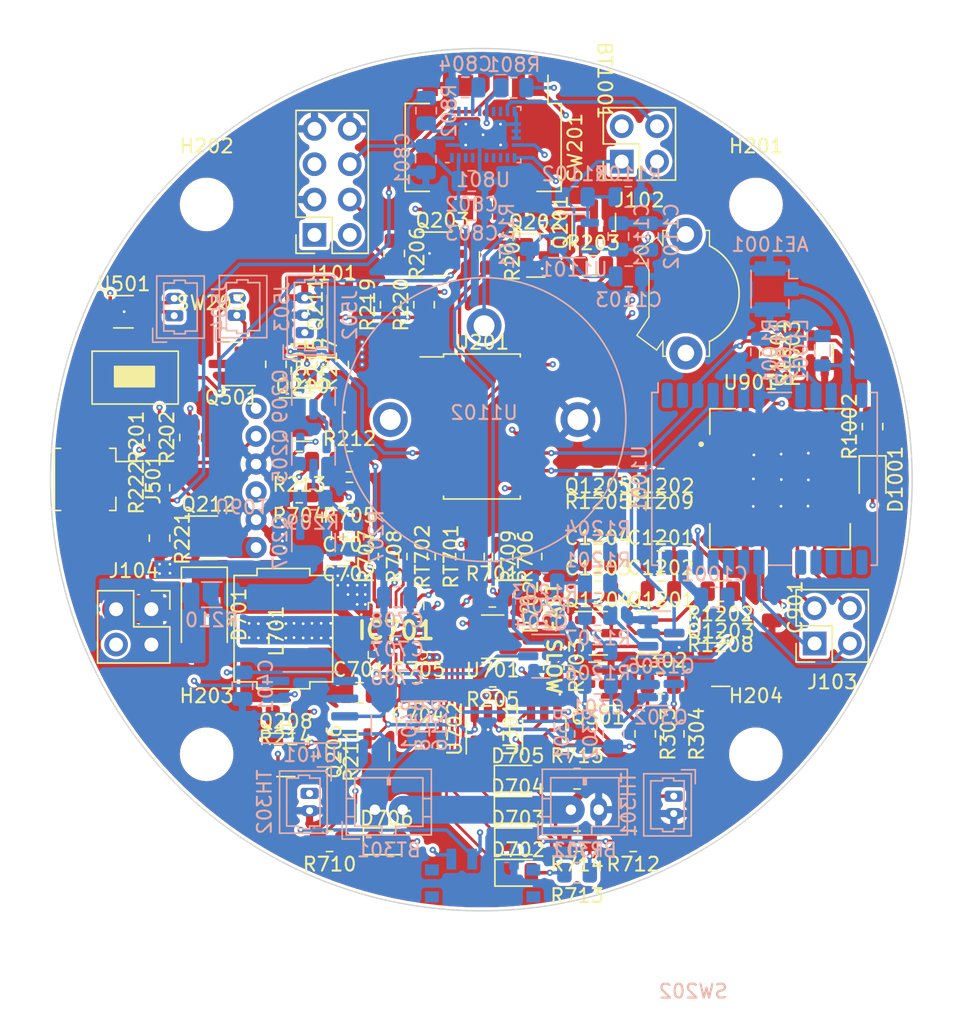
<source format=kicad_pcb>
(kicad_pcb (version 20211014) (generator pcbnew)
  (layers (0 "F.Cu" mixed) (1 "In1.Cu" mixed) (2 "In2.Cu" mixed) (31 "B.Cu" mixed) (34 "B.Paste" user) (35 "F.Paste" user) (36 "B.SilkS" user "B.Silkscreen") (37 "F.SilkS" user "F.Silkscreen") (38 "B.Mask" user) (39 "F.Mask" user) (44 "Edge.Cuts" user))
  (net 0 "")
  (net 1 "Net-(AE1001-Pad1)")
  (net 2 "/Power Unit/GND")
  (net 3 "/Power Unit/P_IN")
  (net 4 "Net-(BT1001-Pad1)")
  (net 5 "Net-(C301-Pad2)")
  (net 6 "Net-(C302-Pad1)")
  (net 7 "Net-(C302-Pad2)")
  (net 8 "/Power Unit/Switch-mode battery charger/SW")
  (net 9 "/Power Unit/Switch-mode battery charger/BST")
  (net 10 "/Power Unit/Switch-mode battery charger/TMR")
  (net 11 "/Power Unit/Switch-mode battery charger/VL")
  (net 12 "Net-(C804-Pad1)")
  (net 13 "/Power Unit/VCC_{BCK}")
  (net 14 "/Power Unit/P_OUT")
  (net 15 "Net-(C1201-Pad1)")
  (net 16 "Net-(C1201-Pad2)")
  (net 17 "Net-(C1203-Pad1)")
  (net 18 "/Power Unit/VCC")
  (net 19 "Net-(C1203-Pad2)")
  (net 20 "/Power Unit/OXY_{OUT}")
  (net 21 "/Power Unit/Switch-mode battery charger/LX")
  (net 22 "/Power Unit/Switch-mode battery charger/~{CHG}")
  (net 23 "Net-(Q1001-Pad3)")
  (net 24 "/Power Unit/Switch-mode battery charger/~{PB}")
  (net 25 "/Power Unit/MODE_{CH}")
  (net 26 "Net-(IC701-Pad12)")
  (net 27 "/Power Unit/Switch-mode battery charger/FB")
  (net 28 "/Power Unit/Switch-mode battery charger/VLIM")
  (net 29 "/Power Unit/Switch-mode battery charger/VNTC")
  (net 30 "/Power Unit/Switch-mode battery charger/IB")
  (net 31 "/Power Unit/Switch-mode battery charger/OLIM")
  (net 32 "/Power Unit/Switch-mode battery charger/ISET")
  (net 33 "/Power Unit/Switch-mode battery charger/ILIM")
  (net 34 "/Power Unit/Switch-mode battery charger/~{ACLK}")
  (net 35 "/Power Unit/IS_USB")
  (net 36 "/Power Unit/FPV_{SM_A}")
  (net 37 "/Power Unit/BATT_INT")
  (net 38 "/Power Unit/BAT_SENSE")
  (net 39 "unconnected-(J102-Pad3)")
  (net 40 "/Power Unit/IMU_{INT}")
  (net 41 "/Power Unit/SDA_{2}{slash}TXD")
  (net 42 "/Power Unit/SCL_{2}{slash}RXD")
  (net 43 "/Power Unit/SCL")
  (net 44 "/Power Unit/SDA")
  (net 45 "/Power Unit/VCC_5V")
  (net 46 "/Power Unit/M_SWITCH")
  (net 47 "/Power Unit/Camera transmit/VIDEO")
  (net 48 "/Power Unit/Camera/V_IN")
  (net 49 "Net-(J503-Pad1)")
  (net 50 "Net-(J503-Pad2)")
  (net 51 "Net-(J504-Pad1)")
  (net 52 "Net-(J504-Pad2)")
  (net 53 "Net-(Q201-Pad1)")
  (net 54 "Net-(Q201-Pad3)")
  (net 55 "Net-(Q205-Pad2)")
  (net 56 "/Power Unit/Camera transmit/V_IN")
  (net 57 "Net-(Q205-Pad1)")
  (net 58 "Net-(Q207-Pad1)")
  (net 59 "Net-(Q210-Pad1)")
  (net 60 "Net-(Q210-Pad3)")
  (net 61 "Net-(Q202-Pad1)")
  (net 62 "Net-(Q204-Pad1)")
  (net 63 "Net-(Q206-Pad1)")
  (net 64 "/Power Unit/IS_CHARGE")
  (net 65 "Net-(Q208-Pad1)")
  (net 66 "Net-(Q501-Pad1)")
  (net 67 "Net-(Q209-Pad1)")
  (net 68 "Net-(Q205-Pad3)")
  (net 69 "Net-(Q211-Pad1)")
  (net 70 "Net-(Q1203-Pad3)")
  (net 71 "Net-(Q212-Pad1)")
  (net 72 "Net-(Q1206-Pad3)")
  (net 73 "Net-(Q1201-Pad1)")
  (net 74 "Net-(Q1202-Pad1)")
  (net 75 "Net-(R702-Pad1)")
  (net 76 "Net-(Q1203-Pad1)")
  (net 77 "Net-(Q1204-Pad1)")
  (net 78 "Net-(Q1205-Pad1)")
  (net 79 "Net-(R703-Pad1)")
  (net 80 "Net-(Q1206-Pad1)")
  (net 81 "Net-(R715-Pad1)")
  (net 82 "/Power Unit/D delay/OUT")
  (net 83 "/Power Unit/CH_SLOW{slash}FAST")
  (net 84 "/Power Unit/SW_CHARGE")
  (net 85 "/Power Unit/SW_CAMERA")
  (net 86 "/Power Unit/SW_TRANSMIT")
  (net 87 "/Power Unit/SW_TRANSMIT_{IO}")
  (net 88 "/Power Unit/SW_CAMERA_{IO}")
  (net 89 "/Power Unit/CAM_CONTROL")
  (net 90 "Net-(R802-Pad1)")
  (net 91 "/Power Unit/RESET_{IMU}")
  (net 92 "Net-(D1001-Pad1)")
  (net 93 "Net-(R1101-Pad1)")
  (net 94 "Net-(R1102-Pad1)")
  (net 95 "Net-(TH301-Pad1)")
  (net 96 "Net-(TH302-Pad1)")
  (net 101 "/Power Unit/EXTINT_{GPS}")
  (net 102 "Net-(Q1001-Pad1)")
  (net 145 "/Power Unit/Battery Pack/BAT_M")
  (net 146 "/Power Unit/Battery Pack/NTC_SWITCH")
  (net 147 "/Power Unit/Battery Pack/NTC")
  (net 148 "/Power Unit/TIMEPULSE_{GPS}")
  (net 149 "Net-(D703-Pad2)")
  (net 150 "Net-(Q202-Pad3)")
  (net 151 "/Power Unit/CAMTRANS-FET")
  (net 152 "Net-(Q203-Pad1)")
  (net 154 "Net-(D705-Pad2)")
  (net 155 "Net-(C1002-Pad2)")
  (net 156 "Net-(D702-Pad1)")
  (net 157 "Net-(D702-Pad2)")
  (net 158 "Net-(D703-Pad1)")
  (net 159 "Net-(D704-Pad1)")
  (net 160 "Net-(D704-Pad2)")
  (net 161 "Net-(D705-Pad1)")
  (net 162 "Net-(D706-Pad1)")
  (net 163 "Net-(R1001-Pad2)")
  (footprint "Resistor_SMD:R_0805_2012Metric" (layer "F.Cu") (at 129.4107 106.7156 180)
    (fp_text reference "R214")
    (fp_text value "5k")
  )
  (footprint "Connector_PinSocket_2.54mm:PinSocket_2x02_P2.54mm_Vertical" (layer "F.Cu") (at 153.606947 66.927734 180)
    (fp_text reference "J102")
    (fp_text value "Conn_02x02_Female")
  )
  (footprint "MountingHole:MountingHole_3.2mm_M3" (layer "F.Cu") (at 123.731947 70.012734)
    (fp_text reference "H202")
    (fp_text value "MountingHole")
  )
  (footprint "Capacitor_SMD:C_0805_2012Metric" (layer "F.Cu") (at 151.9022 95.6564)
    (fp_text reference "C1204")
    (fp_text value "22u")
  )
  (footprint "Resistor_SMD:R_0805_2012Metric" (layer "F.Cu") (at 151.892 89.7382 180)
    (fp_text reference "R1205")
    (fp_text value "100k")
  )
  (footprint "Resistor_SMD:R_0805_2012Metric" (layer "F.Cu") (at 130.4 88.5 180)
    (fp_text reference "R213")
    (fp_text value "100k")
  )
  (footprint "Resistor_SMD:R_0805_2012Metric" (layer "F.Cu") (at 151.5625 74.425)
    (fp_text reference "R203")
    (fp_text value "5k")
  )
  (footprint "Capacitor_SMD:C_0805_2012Metric" (layer "F.Cu") (at 133.9748 94.8944 180)
    (fp_text reference "C702")
    (fp_text value "22uF")
  )
  (footprint "Resistor_SMD:R_0805_2012Metric" (layer "F.Cu") (at 157.353 108.0789 -90)
    (fp_text reference "R304")
    (fp_text value "10k")
  )
  (footprint "LaskaKit:Tlačítko SMD LaskaKit" (layer "F.Cu") (at 118.5444 82.387481)
    (fp_text reference "SW203")
    (fp_text value "LaskaKit tlačítko")
  )
  (footprint "Resistor_SMD:R_0805_2012Metric" (layer "F.Cu") (at 154.432 115.7986 180)
    (fp_text reference "R712")
    (fp_text value "330R")
  )
  (footprint "Capacitor_SMD:C_0805_2012Metric" (layer "F.Cu") (at 156.4234 97.8154)
    (fp_text reference "C1202")
    (fp_text value "10u")
  )
  (footprint "Resistor_SMD:R_0805_2012Metric" (layer "F.Cu") (at 150.3934 115.7986 180)
    (fp_text reference "R714")
    (fp_text value "330R")
  )
  (footprint "Resistor_SMD:R_0805_2012Metric" (layer "F.Cu") (at 128.725 81.505659 -90)
    (fp_text reference "R501")
    (fp_text value "5k")
  )
  (footprint "Resistor_SMD:R_0805_2012Metric" (layer "F.Cu") (at 120.3452 90.3732 90)
    (fp_text reference "R222")
    (fp_text value "10k")
  )
  (footprint "Resistor_SMD:R_0805_2012Metric" (layer "F.Cu") (at 144.3228 103.9622 180)
    (fp_text reference "R205")
    (fp_text value "10k")
  )
  (footprint "Package_TO_SOT_SMD:SOT-23" (layer "F.Cu") (at 135.316 109.3493 90)
    (fp_text reference "Q206")
    (fp_text value "BC847")
  )
  (footprint "Resistor_SMD:R_0805_2012Metric" (layer "F.Cu") (at 133.2 81.5125 90)
    (fp_text reference "R215")
    (fp_text value "100k")
  )
  (footprint "Resistor_SMD:R_0805_2012Metric" (layer "F.Cu") (at 140.9192 95.3281 90)
    (fp_text reference "RT702")
    (fp_text value "5k11")
  )
  (footprint "Package_TO_SOT_SMD:SOT-23" (layer "F.Cu") (at 151.9022 104.476 180)
    (fp_text reference "Q301")
    (fp_text value "BC847")
  )
  (footprint "Resistor_SMD:R_0805_2012Metric" (layer "F.Cu") (at 130.4 90.725 180)
    (fp_text reference "R704")
    (fp_text value "R")
  )
  (footprint "Package_TO_SOT_SMD:SOT-23" (layer "F.Cu") (at 151.6 71.3 90)
    (fp_text reference "Q201")
    (fp_text value "BC847")
  )
  (footprint "MountingHole:MountingHole_3.2mm_M3" (layer "F.Cu") (at 163.256947 109.537734)
    (fp_text reference "H204")
    (fp_text value "MountingHole")
  )
  (footprint "LED_SMD:LED_0805_2012Metric" (layer "F.Cu") (at 146.164194 118.0592)
    (fp_text reference "D702")
    (fp_text value "APT2012LZGCK")
  )
  (footprint "Capacitor_SMD:C_0805_2012Metric" (layer "F.Cu") (at 156.408353 104.473066)
    (fp_text reference "C302")
    (fp_text value "22u")
  )
  (footprint "Capacitor_SMD:C_0805_2012Metric" (layer "F.Cu") (at 134.7368 105.1306)
    (fp_text reference "C701")
    (fp_text value "0.1uF")
  )
  (footprint "Resistor_SMD:R_0805_2012Metric" (layer "F.Cu") (at 134.0125 88.5)
    (fp_text reference "R212")
    (fp_text value "100k")
  )
  (footprint "Package_TO_SOT_SMD:SOT-23-6" (layer "F.Cu") (at 143.978547 107.714034 90)
    (fp_text reference "U702")
    (fp_text value "TS5A3159DBV")
  )
  (footprint "Resistor_SMD:R_0805_2012Metric" (layer "F.Cu") (at 171.6532 85.979 90)
    (fp_text reference "R1002")
    (fp_text value "750R")
  )
  (footprint "Resistor_SMD:R_0805_2012Metric" (layer "F.Cu") (at 156.4132 89.7382 180)
    (fp_text reference "R1209")
    (fp_text value "100k")
  )
  (footprint "Button_Switch_SMD:SW_DIP_SPSTx04_Slide_Omron_A6S-410x_W8.9mm_P2.54mm" (layer "F.Cu") (at 143.637 65.913 -90)
    (fp_text reference "SW201")
    (fp_text value "DS04-254-1-04BK-SMT")
  )
  (footprint "MountingHole:MountingHole_3.2mm_M3" (layer "F.Cu") (at 163.266947 70.012734)
    (fp_text reference "H201")
    (fp_text value "MountingHole")
  )
  (footprint "Package_TO_SOT_SMD:SOT-23" (layer "F.Cu") (at 151.9174 92.6592)
    (fp_text reference "Q1205")
    (fp_text value "BC857")
  )
  (footprint "MountingHole:MountingHole_3.2mm_M3" (layer "F.Cu") (at 123.736947 109.542734)
    (fp_text reference "H203")
    (fp_text value "MountingHole")
  )
  (footprint "Connector_Molex:Molex_PicoBlade_53261-0271_1x02-1MP_P1.25mm_Horizontal" (layer "F.Cu") (at 115.496947 89.777734 -90)
    (fp_text reference "J501")
    (fp_text value "Conn_01x02")
  )
  (footprint "Resistor_SMD:R_0805_2012Metric" (layer "F.Cu") (at 130.95 81.5125 -90)
    (fp_text reference "R217")
    (fp_text value "100k")
  )
  (footprint "Resistor_SMD:R_0805_2012Metric" (layer "F.Cu") (at 136.983053 77.219766 90)
    (fp_text reference "R219")
    (fp_text value "100k")
  )
  (footprint "1Knihovna:BMRA000606302R2MA1" (layer "F.Cu") (at 129.2606 100.6856 90)
    (fp_text reference "L701")
    (fp_text value "BMRA000606302R2MA1")
  )
  (footprint "Resistor_SMD:R_0805_2012Metric" (layer "F.Cu") (at 160.7039 97.8154 180)
    (fp_text reference "R1202")
    (fp_text value "100k")
  )
  (footprint "Package_TO_SOT_SMD:SOT-23" (layer "F.Cu") (at 123.875 93.975)
    (fp_text reference "Q212")
    (fp_text value "SI2305CDS-T1-BE3")
  )
  (footprint "Capacitor_SMD:C_0805_2012Metric" (layer "F.Cu") (at 151.9022 97.8408)
    (fp_text reference "C1203")
    (fp_text value "22u")
  )
  (footprint "Resistor_SMD:R_0805_2012Metric" (layer "F.Cu") (at 132.5861 115.7986 180)
    (fp_text reference "R710")
    (fp_text value "330R")
  )
  (footprint "Package_TO_SOT_SMD:SOT-23" (layer "F.Cu") (at 156.4132 92.6592)
    (fp_text reference "Q1202")
    (fp_text value "BC857")
  )
  (footprint "Resistor_SMD:R_0805_2012Metric" (layer "F.Cu") (at 147.1168 95.3281 90)
    (fp_text reference "R709")
    (fp_text value "10k")
  )
  (footprint "Package_TO_SOT_SMD:SOT-23" (layer "F.Cu") (at 160.7312 103.0986)
    (fp_text reference "Q1203")
    (fp_text value "BC847")
  )
  (footprint "Resistor_SMD:R_0805_2012Metric" (layer "F.Cu") (at 120.3452 86.7683 90)
    (fp_text reference "R201")
    (fp_text value "10k")
  )
  (footprint "Package_TO_SOT_SMD:SOT-23" (layer "F.Cu") (at 125.549659 81.47784 180)
    (fp_text reference "Q501")
    (fp_text value "BC847")
  )
  (footprint "Resistor_SMD:R_0805_2012Metric" (layer "F.Cu") (at 137.2362 73.533 -90)
    (fp_text reference "R206")
    (fp_text value "5k")
  )
  (footprint "Connector_PinSocket_2.54mm:PinSocket_2x02_P2.54mm_Vertical" (layer "F.Cu") (at 167.481947 101.577734 180)
    (fp_text reference "J103")
    (fp_text value "Conn_02x02_Female")
  )
  (footprint "SamacSys_Parts2:XDCR_SCD41-D-R2" (layer "F.Cu") (at 164.995547 89.749653)
    (fp_text reference "U901")
    (fp_text value "SCD41")
  )
  (footprint "Connector_PinSocket_2.54mm:PinSocket_2x02_P2.54mm_Vertical" (layer "F.Cu") (at 119.761947 99.112734)
    (fp_text reference "J104")
    (fp_text value "Conn_02x02_Female")
  )
  (footprint "Resistor_SMD:R_0805_2012Metric" (layer "F.Cu") (at 150.3934 118.0592 180)
    (fp_text reference "R713")
    (fp_text value "330R")
  )
  (footprint "LED_SMD:LED_0805_2012Metric" (layer "F.Cu") (at 146.1262 111.3028)
    (fp_text reference "D705")
    (fp_text value "APT2012LZGCK")
  )
  (footprint "Capacitor_SMD:C_0805_2012Metric" (layer "F.Cu") (at 156.4132 95.6564)
    (fp_text reference "C1201")
    (fp_text value "NC")
  )
  (footprint "LED_SMD:LED_0805_2012Metric" (layer "F.Cu") (at 136.7028 115.7986)
    (fp_text reference "D706")
    (fp_text value "APT2012LSECK/J3-PRV")
  )
  (footprint "Connector_PinSocket_2.54mm:PinSocket_2x04_P2.54mm_Vertical" (layer "F.Cu") (at 131.496947 72.197734 180)
    (fp_text reference "J101")
    (fp_text value "Conn_02x04_Female")
  )
  (footprint "Capacitor_SMD:C_0805_2012Metric" (layer "F.Cu") (at 164.4142 98.9686 -90)
    (fp_text reference "C901")
    (fp_text value "100nF")
  )
  (footprint "Resistor_SMD:R_0805_2012Metric" (layer "F.Cu") (at 144.2974 98.2218)
    (fp_text reference "R701")
    (fp_text value "10k")
  )
  (footprint "Resistor_SMD:R_0805_2012Metric" (layer "F.Cu") (at 164.2618 80.7466 -90)
    (fp_text reference "R1003")
    (fp_text value "5k")
  )
  (footprint "Resistor_SMD:R_0805_2012Metric" (layer "F.Cu") (at 120.35 94 -90)
    (fp_text reference "R221")
    (fp_text value "100k")
  )
  (footprint "CanSat:2989" (layer "F.Cu") (at 158.2166 76.4286 -90)
    (fp_text reference "BT1001")
    (fp_text value "Backup battery")
  )
  (footprint "SamacSys_Parts2:MP2639AGRZ" (layer "F.Cu") (at 137.3662 100.646081)
    (fp_text reference "IC701")
    (fp_text value "MP2639AGR-Z" hide)
  )
  (footprint "Package_TO_SOT_SMD:SOT-23" (layer "F.Cu") (at 129.4361 109.5858)
    (fp_text reference "Q208")
    (fp_text value "BC857")
  )
  (footprint "Package_TO_SOT_SMD:SOT-23" (layer "F.Cu") (at 167.259 80.7212 90)
    (fp_text reference "Q1001")
    (fp_text value "BC847")
  )
  (footprint "Resistor_SMD:R_0805_2012Metric" (layer "F.Cu") (at 132.4864 109.6029 -90)
    (fp_text reference "R211")
    (fp_text value "10k")
  )
  (footprint "Resistor_SMD:R_0805_2012Metric" (layer "F.Cu") (at 122.5372 86.7683 90)
    (fp_text reference "R202")
    (fp_text value "10k")
  )
  (footprint "Package_TO_SOT_SMD:SOT-23" (layer "F.Cu") (at 130.65 85.475)
    (fp_text reference "Q210")
    (fp_text value "BC847")
  )
  (footprint "Package_TO_SOT_SMD:SOT-23-6" (layer "F.Cu") (at 148.028547 107.751534 90)
    (fp_text reference "U301")
    (fp_text value "TS5A3159DBV")
  )
  (footprint "Resistor_SMD:R_0805_2012Metric" (layer "F.Cu") (at 136.8298 95.3281 90)
    (fp_text reference "R707")
    (fp_text value "143k")
  )
  (footprint "Package_TO_SOT_SMD:SOT-23" (layer "F.Cu") (at 156.4386 100.83915)
    (fp_text reference "Q1201")
    (fp_text value "BC857")
  )
  (footprint "Resistor_SMD:R_0805_2012Metric" (layer "F.Cu") (at 145.034 95.3281 -90)
    (fp_text reference "R706")
    (fp_text value "27k4")
  )
  (footprint "Capacitor_SMD:C_0805_2012Metric" (layer "F.Cu") (at 138.9888 105.1306)
    (fp_text reference "C705")
    (fp_text value "1u")
  )
  (footprint "Package_TO_SOT_SMD:SOT-23" (layer "F.Cu") (at 140.716 73.5584)
    (fp_text reference "Q203")
    (fp_text value "BC847")
  )
  (footprint "Resistor_SMD:R_0805_2012Metric" (layer "F.Cu") (at 134.0123 90.7288 180)
    (fp_text reference "R705")
    (fp_text value "R")
  )
  (footprint "Package_SO:SO-16_5.3x10.2mm_P1.27mm" (layer "F.Cu") (at 143.546947 85.977734)
    (fp_text reference "U201")
    (fp_text value "PCA8574D")
  )
  (footprint "Resistor_SMD:R_0805_2012Metric" (layer "F.Cu") (at 148.717 103.2275 -90)
    (fp_text reference "R703")
    (fp_text value "820k")
  )
  (footprint "Package_TO_SOT_SMD:SOT-23" (layer "F.Cu") (at 151.9174 100.83915)
    (fp_text reference "Q1204")
    (fp_text value "BC857")
  )
  (footprint "Resistor_SMD:R_0805_2012Metric" (layer "F.Cu") (at 155.2956 108.0789 -90)
    (fp_text reference "R303")
    (fp_text value "220k")
  )
  (footprint "Capacitor_SMD:C_0805_2012Metric" (layer "F.Cu") (at 138.9482 108.4072)
    (fp_text reference "C704")
    (fp_text value "C")
  )
  (footprint "Resistor_SMD:R_0805_2012Metric" (layer "F.Cu") (at 142.9766 95.3281 90)
    (fp_text reference "RT701")
    (fp_text value "1k87")
  )
  (footprint "Resistor_SMD:R_0805_2012Metric" (layer "F.Cu") (at 138.8872 95.3281 90)
    (fp_text reference "R708")
    (fp_text value "75k")
  )
  (footprint "Package_TO_SOT_SMD:SOT-23-6" (layer "F.Cu") (at 144.3228 101.092 180)
    (fp_text reference "U701")
    (fp_text value "TS5A3159DBV")
  )
  (footprint "LED_SMD:LED_0805_2012Metric" (layer "F.Cu") (at 146.1516 115.7986)
    (fp_text reference "D703")
    (fp_text value "APT2012LZGCK")
  )
  (footprint "Package_TO_SOT_SMD:SOT-363_SC-70-6" (layer "F.Cu") (at 117.7494 77.727481)
    (fp_text reference "U501")
    (fp_text value "MCP4017-xxxxLT")
  )
  (footprint "Resistor_SMD:R_0805_2012Metric" (layer "F.Cu") (at 150.3934 111.3028)
    (fp_text reference "R715")
    (fp_text value "0R5")
  )
  (footprint "LED_SMD:LED_0805_2012Metric" (layer "F.Cu") (at 171.6532 89.7736 -90)
    (fp_text reference "D1001")
    (fp_text value "APT2012LSECK/J4-PRV")
  )
  (footprint "Capacitor_SMD:C_0805_2012Metric" (layer "F.Cu") (at 133.9748 92.7862 180)
    (fp_text reference "C703")
    (fp_text value "4.7uF")
  )
  (footprint "Resistor_SMD:R_0805_2012Metric" (layer "F.Cu") (at 148.717 98.9565 90)
    (fp_text reference "R702")
    (fp_text value "82k")
  )
  (footprint "Resistor_SMD:R_0805_2012Metric" (layer "F.Cu") (at 144.1 73.6375 -90)
    (fp_text reference "R204")
    (fp_text value "5k")
  )
  (footprint "Package_TO_SOT_SMD:SOT-23" (layer "F.Cu") (at 147.425 73.675)
    (fp_text reference "Q202")
    (fp_text value "BC847")
  )
  (footprint "Diode_SMD:D_SMA" (layer "F.Cu") (at 123.571 99.496481 -90)
    (fp_text reference "D701")
    (fp_text value "B330A")
  )
  (footprint "LED_SMD:LED_0805_2012Metric" (layer "F.Cu") (at 146.1262 113.538)
    (fp_text reference "D704")
    (fp_text value "APT2012LZGCK")
  )
  (footprint "Resistor_SMD:R_0805_2012Metric" (layer "F.Cu") (at 160.7077 100.0252 180)
    (fp_text reference "R1208")
    (fp_text value "100k")
  )
  (footprint "Package_TO_SOT_SMD:SOT-23" (layer "F.Cu") (at 133.975 77.1875 90)
    (fp_text reference "Q211")
    (fp_text value "SI2305CDS-T1-BE3")
  )
  (footprint "Resistor_SMD:R_0805_2012Metric" (layer "F.Cu") (at 139.383053 77.219766 90)
    (fp_text reference "R220")
    (fp_text value "10k")
  )
  (footprint "Capacitor_SMD:C_0805_2012Metric" (layer "B.Cu") (at 142.808 70.4088)
    (fp_text reference "C803")
    (fp_text value "100n")
  )
  (footprint "Package_TO_SOT_SMD:SOT-23" (layer "B.Cu") (at 147.8026 102.489 180)
    (fp_text reference "Q204")
    (fp_text value "BC847")
  )
  (footprint "Capacitor_SMD:C_0805_2012Metric" (layer "B.Cu") (at 137.4496 100.3046)
    (fp_text reference "C707")
    (fp_text value "22uF")
  )
  (footprint "1Knihovna:R_1206_Current" (layer "B.Cu") (at 136.496947 107.427734 90)
    (fp_text reference "R401")
    (fp_text value "PE1206FRE470R04L")
  )
  (footprint "Resistor_SMD:R_0805_2012Metric" (layer "B.Cu") (at 131.375 91.225)
    (fp_text reference "R209")
    (fp_text value "10k")
  )
  (footprint "Capacitor_SMD:C_0805_2012Metric" (layer "B.Cu") (at 137.4496 102.362)
    (fp_text reference "C706")
    (fp_text value "22uF")
  )
  (footprint "Capacitor_SMD:C_0805_2012Metric" (layer "B.Cu") (at 154.112 75.184)
    (fp_text reference "C1103")
    (fp_text value "10nF")
  )
  (footprint "Package_TO_SOT_SMD:SOT-23" (layer "B.Cu") (at 131.425 88.1 -90)
    (fp_text reference "Q205")
    (fp_text value "BC847")
  )
  (footprint "Connector_JST:JST_PH_B2B-PH-K_1x02_P2.00mm_Vertical" (layer "B.Cu") (at 135.846947 113.527734)
    (fp_text reference "BT301")
    (fp_text value "Battery_Cell")
  )
  (footprint "Package_TO_SOT_SMD:SOT-23" (layer "B.Cu") (at 156.4147 104.481)
    (fp_text reference "Q302")
    (fp_text value "BC847")
  )
  (footprint "Resistor_SMD:R_0805_2012Metric" (layer "B.Cu") (at 145.8306 61.6204 180)
    (fp_text reference "R801")
    (fp_text value "10k")
  )
  (footprint "Resistor_SMD:R_0805_2012Metric" (layer "B.Cu") (at 165.9128 80.5942 -90)
    (fp_text reference "R1001")
    (fp_text value "10R")
  )
  (footprint "Resistor_SMD:R_0805_2012Metric" (layer "B.Cu") (at 140.953853 107.4166 -90)
    (fp_text reference "R218")
    (fp_text value "5k1")
  )
  (footprint "Connector_Molex:Molex_PicoBlade_53047-0210_1x02_P1.25mm_Vertical" (layer "B.Cu") (at 157.346947 112.552734 -90)
    (fp_text reference "TH301")
    (fp_text value "NRBE104J3435B2J")
  )
  (footprint "Resistor_SMD:R_0805_2012Metric" (layer "B.Cu") (at 138.8618 107.4166 90)
    (fp_text reference "R216")
    (fp_text value "12k")
  )
  (footprint "Resistor_SMD:R_0805_2012Metric" (layer "B.Cu") (at 150.9522 108.0789 -90)
    (fp_text reference "R301")
    (fp_text value "10k")
  )
  (footprint "Resistor_SMD:R_0805_2012Metric" (layer "B.Cu") (at 151.8666 94.9706 180)
    (fp_text reference "R1204")
    (fp_text value "100k")
  )
  (footprint "Resistor_SMD:R_0805_2012Metric" (layer "B.Cu") (at 151.8666 102.0572)
    (fp_text reference "R1206")
    (fp_text value "100k")
  )
  (footprint "Resistor_SMD:R_0805_2012Metric" (layer "B.Cu") (at 153.0096 108.0789 -90)
    (fp_text reference "R302")
    (fp_text value "220k")
  )
  (footprint "Capacitor_SMD:C_0805_2012Metric" (layer "B.Cu") (at 142.808 68.326)
    (fp_text reference "C802")
    (fp_text value "6n8")
  )
  (footprint "Capacitor_SMD:C_0805_2012Metric" (layer "B.Cu") (at 142.3508 61.595 180)
    (fp_text reference "C804")
    (fp_text value "100n")
  )
  (footprint "Capacitor_SMD:C_0805_2012Metric" (layer "B.Cu") (at 153.3652 72.3138 90)
    (fp_text reference "C1101")
    (fp_text value "100nF")
  )
  (footprint "Resistor_SMD:R_0805_2012Metric" (layer "B.Cu") (at 151.8666 99.5426)
    (fp_text reference "R1207")
    (fp_text value "100k")
  )
  (footprint "RF_GPS:ublox_NEO" (layer "B.Cu") (at 163.8808 89.7382 -90)
    (fp_text reference "U1001")
    (fp_text value "NEO-M9N")
  )
  (footprint "Resistor_SMD:R_0805_2012Metric" (layer "B.Cu") (at 139.5314 63.2714 90)
    (fp_text reference "R802")
    (fp_text value "10k")
  )
  (footprint "Resistor_SMD:R_0805_2012Metric" (layer "B.Cu") (at 151.8666 97.2312 180)
    (fp_text reference "R1201")
    (fp_text value "10k")
  )
  (footprint "Resistor_SMD:R_1206_3216Metric" (layer "B.Cu") (at 124.1044 98.0694)
    (fp_text reference "R210")
    (fp_text value "0R")
  )
  (footprint "Resistor_SMD:R_0805_2012Metric" (layer "B.Cu") (at 154.0745 69.469 180)
    (fp_text reference "R1103")
    (fp_text value "100R")
  )
  (footprint "Package_TO_SOT_SMD:SOT-23" (layer "B.Cu") (at 131.425 83.8 -90)
    (fp_text reference "Q209")
    (fp_text value "BC847")
  )
  (footprint "Capacitor_SMD:C_0805_2012Metric" (layer "B.Cu") (at 160.274 98.2726 180)
    (fp_text reference "C1001")
    (fp_text value "1uF")
  )
  (footprint "Package_TO_SOT_SMD:SOT-23-5" (layer "B.Cu") (at 150.1648 72.279)
    (fp_text reference "U1101")
    (fp_text value "OPA333xxDBV")
  )
  (footprint "Package_TO_SOT_SMD:SOT-23" (layer "B.Cu") (at 131.425 94.325 -90)
    (fp_text reference "Q207")
    (fp_text value "SI2305CDS-T1-BE3")
  )
  (footprint "Connector_Molex:Molex_PicoBlade_53047-0210_1x02_P1.25mm_Vertical" (layer "B.Cu") (at 121.4044 78.012481 90)
    (fp_text reference "J504")
    (fp_text value "Conn_01x02")
  )
  (footprint "CanSat:U.FL_Hirose_U.FL-R-SMT-1_Vertical" (layer "B.Cu") (at 164.7444 76.0984 180)
    (fp_text reference "AE1001")
    (fp_text value "Antenna_Shield")
  )
  (footprint "Connector_Molex:Molex_PicoBlade_53047-0210_1x02_P1.25mm_Vertical" (layer "B.Cu") (at 131.146947 112.352734 -90)
    (fp_text reference "TH302")
    (fp_text value "NRBE104J3435B2J")
  )
  (footprint "Connector_Molex:Molex_PicoBlade_53047-0210_1x02_P1.25mm_Vertical" (layer "B.Cu") (at 125.9094 77.982481 90)
    (fp_text reference "J503")
    (fp_text value "Conn_01x02")
  )
  (footprint "Package_TO_SOT_SMD:SOT-23" (layer "B.Cu") (at 156.4386 100.8126)
    (fp_text reference "Q1206")
    (fp_text value "BC847")
  )
  (footprint "1Knihovna:TBS UNIFY PRO32 5G8 nano" (layer "B.Cu") (at 121.796947 89.677734)
    (fp_text reference "U601")
    (fp_text value "TBS_UNIFY_PRO32_5G8_nano")
  )
  (footprint "Resistor_SMD:R_0805_2012Metric" (layer "B.Cu") (at 150.241 69.469 180)
    (fp_text reference "R1102")
    (fp_text value "20k")
  )
  (footprint "Inductor_SMD:L_0805_2012Metric" (layer "B.Cu") (at 168.0464 80.518 -90)
    (fp_text reference "L1001")
    (fp_text value "27nH")
  )
  (footprint "1Knihovna:ME2-O2" (layer "B.Cu") (at 143.701947 85.477734 180)
    (fp_text reference "U1102")
    (fp_text value "ME2-02")
  )
  (footprint "Capacitor_SMD:C_0805_2012Metric" (layer "B.Cu") (at 139.506 66.7512 -90)
    (fp_text reference "C801")
    (fp_text value "120n")
  )
  (footprint "Resistor_SMD:R_0805_2012Metric" (layer "B.Cu") (at 148.0566 97.2312)
    (fp_text reference "R208")
    (fp_text value "10k")
  )
  (footprint "Resistor_SMD:R_0805_2012Metric" (layer "B.Cu") (at 134.3 93.9 90)
    (fp_text reference "R207")
    (fp_text value "100k")
  )
  (footprint "Capacitor_SMD:C_0805_2012Metric" (layer "B.Cu") (at 151.882153 104.473066)
    (fp_text reference "C301")
    (fp_text value "22u")
  )
  (footprint "Resistor_SMD:R_0805_2012Metric" (layer "B.Cu") (at 150.3934 118.0592 180)
    (fp_text reference "R711")
    (fp_text value "750R")
  )
  (footprint "Package_LGA:LGA-28_5.2x3.8mm_P0.5mm" (layer "B.Cu") (at 143.633 64.992481)
    (fp_text reference "U801")
    (fp_text value "BNO055")
  )
  (footprint "Capacitor_SMD:C_0805_2012Metric" (layer "B.Cu") (at 155.4988 72.3138 90)
    (fp_text reference "C1102")
    (fp_text value "10uF")
  )
  (footprint "Resistor_SMD:R_0805_2012Metric" (layer "B.Cu") (at 148.0566 99.5426 180)
    (fp_text reference "R1203")
    (fp_text value "15k")
  )
  (footprint "CanSat:PCM12SMTR" (layer "B.Cu") (at 143.546947 118.827734 180)
    (fp_text reference "SW202")
    (fp_text value "PCM12SMTR")
  )
  (footprint "Connector_Molex:Molex_PicoBlade_53047-0310_1x03_P1.25mm_Vertical" (layer "B.Cu") (at 130.796947 79.222734 90)
    (fp_text reference "J502")
    (fp_text value "Conn_01x03")
  )
  (footprint "Capacitor_SMD:C_0805_2012Metric" (layer "B.Cu") (at 126.3142 104.6124 90)
    (fp_text reference "C401")
    (fp_text value "10u")
  )
  (footprint "Resistor_SMD:R_0805_2012Metric" (layer "B.Cu") (at 146.9898 72.2884 -90)
    (fp_text reference "R1101")
    (fp_text value "100R")
  )
  (footprint "Capacitor_SMD:C_0805_2012Metric" (layer "B.Cu") (at 163.6268 80.6196 90)
    (fp_text reference "C1002")
    (fp_text value "100nF")
  )
  (footprint "Package_SO:SOIC-8_3.9x4.9mm_P1.27mm" (layer "B.Cu") (at 131.196947 106.177734)
    (fp_text reference "U401")
    (fp_text value "INA219AxD")
  )
  (footprint "Connector_JST:JST_PH_B2B-PH-K_1x02_P2.00mm_Vertical" (layer "B.Cu") (at 149.946947 113.527734)
    (fp_text reference "BT302")
    (fp_text value "Battery_Cell")
  )
  (footprint "Capacitor_SMD:C_0805_2012Metric" (layer "B.Cu") (at 137.4394 98.2218)
    (fp_text reference "C708")
    (fp_text value "1uF")
  )
  (gr_circle locked (center 143.502594 89.79843) (end 174.502594 89.79843) (layer "Edge.Cuts") (width 0.1) (fill none))
  (segment (start 169.7808 81.9984) (end 169.7808 82.0746) (width 0.25) (layer "B.Cu") (net 1))
  (segment (start 169.3672 81.5848) (end 169.7808 81.1712) (width 0.25) (layer "B.Cu") (net 1))
  (segment (start 168.0507 81.5848) (end 169.3672 81.5848) (width 0.25) (layer "B.Cu") (net 1))
  (segment (start 168.0464 81.5805) (end 168.0507 81.5848) (width 0.25) (layer "B.Cu") (net 1))
  (segment (start 169.7808 83.7382) (end 169.7808 82.0746) (width 0.6) (layer "B.Cu") (net 1))
  (segment (start 169.3672 81.5848) (end 169.7808 81.9984) (width 0.25) (layer "B.Cu") (net 1))
  (segment (start 169.7808 81.1712) (end 169.7808 80.0848) (width 0.6) (layer "B.Cu") (net 1))
  (segment (start 169.7808 82.0746) (end 169.7808 81.1712) (width 0.6) (layer "B.Cu") (net 1))
  (arc (start 169.7808 80.0848) (mid 168.61321 77.26599) (end 165.7944 76.0984) (width 0.6) (layer "B.Cu") (net 1))
  (segment (start 149.352 101.1174) (end 149.6949 100.7745) (width 0.25) (layer "F.Cu") (net 2))
  (segment (start 135.9662 101.746081) (end 135.769319 101.746081) (width 0.2) (layer "F.Cu") (net 2))
  (segment (start 140.57088 105.76268) (end 139.9388 105.1306) (width 0.25) (layer "F.Cu") (net 2))
  (segment (start 137.565222 101.746081) (end 137.683271 101.864129) (width 0.2) (layer "F.Cu") (net 2))
  (segment (start 152.8397 103.526) (end 154.1519 103.526) (width 0.25) (layer "F.Cu") (net 2))
  (segment (start 148.028547 108.889034) (end 148.028547 108.206653) (width 0.25) (layer "F.Cu") (net 2))
  (segment (start 143.978547 108.851534) (end 143.978547 107.786253) (width 0.25) (layer "F.Cu") (net 2))
  (segment (start 148.028547 108.206653) (end 148.3868 107.8484) (width 0.25) (layer "F.Cu") (net 2))
  (segment (start 129.549681 86.425) (end 127.296947 88.677734) (width 0.25) (layer "F.Cu") (net 2))
  (segment (start 139.7785 73.5353) (end 139.7762 73.533) (width 0.25) (layer "F.Cu") (net 2))
  (segment (start 129.7125 86.425) (end 129.549681 86.425) (width 0.25) (layer "F.Cu") (net 2))
  (segment (start 148.717 104.14) (end 148.717 104.8004) (width 0.25) (layer "F.Cu") (net 2))
  (segment (start 148.4376 107.7976) (end 149.7076 107.7976) (width 0.25) (layer "F.Cu") (net 2))
  (segment (start 149.7584 99.1108) (end 149.7584 99.0854) (width 0.25) (layer "F.Cu") (net 2))
  (segment (start 139.7785 74.5084) (end 139.7785 73.5353) (width 0.25) (layer "F.Cu") (net 2))
  (segment (start 137.7662 101.947059) (end 137.7662 102.596081) (width 0.2) (layer "F.Cu") (net 2))
  (segment (start 137.414 101.594858) (end 137.683271 101.864129) (width 0.2) (layer "F.Cu") (net 2))
  (segment (start 154.1519 103.526) (end 154.1522 103.526) (width 0.25) (layer "F.Cu") (net 2))
  (segment (start 145.4603 101.092) (end 145.46882 101.08348) (width 0.25) (layer "F.Cu") (net 2))
  (segment (start 137.683271 101.864129) (end 137.7662 101.947059) (width 0.2) (layer "F.Cu") (net 2))
  (segment (start 145.4857 101.1174) (end 145.4603 101.092) (width 0.25) (layer "F.Cu") (net 2))
  (segment (start 149.6949 100.7745) (end 149.9108 100.5586) (width 0.25) (layer "F.Cu") (net 2))
  (segment (start 135.9662 101.746081) (end 137.565222 101.746081) (width 0.2) (layer "F.Cu") (net 2))
  (segment (start 148.717 104.8004) (end 149.1488 105.2322) (width 0.25) (layer "F.Cu") (net 2))
  (segment (start 149.656947 84.682734) (end 150.451947 85.477734) (width 0.25) (layer "F.Cu") (net 2))
  (segment (start 149.9108 99.2632) (end 149.7584 99.1108) (width 0.25) (layer "F.Cu") (net 2))
  (segment (start 140.57088 107.73452) (end 140.57088 105.76268) (width 0.25) (layer "F.Cu") (net 2))
  (segment (start 146.4875 74.625) (end 147.8786 74.625) (width 0.25) (layer "F.Cu") (net 2))
  (segment (start 147.6502 101.1174) (end 145.4857 101.1174) (width 0.25) (layer "F.Cu") (net 2))
  (segment (start 149.9108 100.5586) (end 149.9108 99.2632) (width 0.25) (layer "F.Cu") (net 2))
  (segment (start 139.8982 108.4072) (end 140.57088 107.73452) (width 0.25) (layer "F.Cu") (net 2))
  (segment (start 137.414 101.2698) (end 137.414 101.594858) (width 0.2) (layer "F.Cu") (net 2))
  (segment (start 149.7584 99.0854) (end 148.717 98.044) (width 0.25) (layer "F.Cu") (net 2))
  (segment (start 116.7994 77.727481) (end 117.801719 77.727481) (width 0.25) (layer "F.Cu") (net 2))
  (segment (start 117.801719 77.727481) (end 117.8052 77.724) (width 0.25) (layer "F.Cu") (net 2))
  (segment (start 147.6502 101.1174) (end 149.352 101.1174) (width 0.25) (layer "F.Cu") (net 2))
  (segment (start 143.978547 107.786253) (end 143.9926 107.7722) (width 0.25) (layer "F.Cu") (net 2))
  (segment (start 148.3868 107.8484) (end 148.4376 107.7976) (width 0.25) (layer "F.Cu") (net 2))
  (segment (start 147.8786 74.625) (end 147.8788 74.6252) (width 0.25) (layer "F.Cu") (net 2))
  (via (at 167.033 89.8144) (size 0.45) (drill 0.2) (layers "F.Cu" "B.Cu") (net 2))
  (via (at 147.8788 74.6252) (size 0.45) (drill 0.2) (layers "F.Cu" "B.Cu") (net 2))
  (via (at 165.078 87.9644) (size 0.45) (drill 0.2) (layers "F.Cu" "B.Cu") (net 2))
  (via (at 137.414 101.2698) (size 0.45) (drill 0.2) (layers "F.Cu" "B.Cu") (net 2))
  (via (at 149.7076 107.7976) (size 0.45) (drill 0.2) (layers "F.Cu" "B.Cu") (net 2))
  (via (at 165.088 89.7894) (size 0.45) (drill 0.2) (layers "F.Cu" "B.Cu") (net 2))
  (via (at 117.8052 77.724) (size 0.45) (drill 0.2) (layers "F.Cu" "B.Cu") (net 2))
  (via (at 154.1519 103.526) (size 0.45) (drill 0.2) (layers "F.Cu" "B.Cu") (net 2))
  (via (at 144.8908 65.7352) (size 0.45) (drill 0.2) (layers "F.Cu" "B.Cu") (net 2))
  (via (at 142.378 65.742481) (size 0.45) (drill 0.2) (layers "F.Cu" "B.Cu") (net 2))
  (via (at 143.623 64.9986) (size 0.45) (drill 0.2) (layers "F.Cu" "B.Cu") (net 2))
  (via (at 157.734 101.854) (size 0.45) (drill 0.2) (layers "F.Cu" "B.Cu") (net 2))
  (via (at 163.068 91.7194) (size 0.45) (drill 0.2) (layers "F.Cu" "B.Cu") (net 2))
  (via (at 142.383 64.237481) (size 0.45) (drill 0.2) (layers "F.Cu" "B.Cu") (net 2))
  (via (at 163.113 88.0194) (size 0.45) (drill 0.2) (layers "F.Cu" "B.Cu") (net 2))
  (via (at 165.068 91.7094) (size 0.45) (drill 0.2) (layers "F.Cu" "B.Cu") (net 2))
  (via (at 144.883 64.242481) (size 0.45) (drill 0.2) (layers "F.Cu" "B.Cu") (net 2))
  (via (at 149.6949 100.7745) (size 0.45) (drill 0.2) (layers "F.Cu" "B.Cu") (net 2))
  (via (at 167.033 87.8944) (size 0.45) (drill 0.2) (layers "F.Cu" "B.Cu") (net 2))
  (via (at 163.083 89.7444) (size 0.45) (drill 0.2) (layers "F.Cu" "B.Cu") (net 2))
  (via (at 133.6548 84.963) (size 0.45) (drill 0.2) (layers "F.Cu" "B.Cu") (net 2))
  (via (at 149.1488 105.2322) (size 0.45) (drill 0.2) (layers "F.Cu" "B.Cu") (net 2))
  (via (at 167.008 91.6994) (size 0.45) (drill 0.2) (layers "F.Cu" "B.Cu") (net 2))
  (via (at 139.7762 73.533) (size 0.45) (drill 0.2) (layers "F.Cu" "B.Cu") (net 2))
  (via (at 143.9926 107.7722) (size 0.45) (drill 0.2) (layers "F.Cu" "B.Cu") (net 2))
  (segment (start 143.383 65.2386) (end 143.383 66.654981) (width 0.25) (layer "B.Cu") (net 2))
  (segment (start 138.3792 100.3046) (end 138.3996 100.3046) (width 0.2) (layer "B.Cu") (net 2))
  (segment (start 146.0205 63.467481) (end 146.0205 64.242481) (width 0.25) (layer "B.Cu") (net 2))
  (segment (start 148.7401 103.439) (end 149.8854 102.2937) (width 0.25) (layer "B.Cu") (net 2))
  (segment (start 141.2505 64.237481) (end 141.2455 64.242481) (width 0.25) (layer "B.Cu") (net 2))
  (segment (start 155.5011 99.8626) (end 155.5011 100.346172) (width 0.25) (layer "B.Cu") (net 2))
  (segment (start 143.383 66.654981) (end 143.383 67.951) (width 0.25) (layer "B.Cu") (net 2))
  (segment (start 142.383 64.237481) (end 141.2505 64.237481) (width 0.25) (layer "B.Cu") (net 2))
  (segment (start 137.414 101.2698) (end 138.3792 100.3046) (width 0.2) (layer "B.Cu") (net 2))
  (segment (start 141.383 63.329981) (end 141.383 61.6128) (width 0.25) (layer "B.Cu") (net 2))
  (segment (start 143.623 64.9986) (end 143.383 65.2386) (width 0.25) (layer "B.Cu") (net 2))
  (segment (start 143.758 68.326) (end 143.758 70.4088) (width 0.25) (layer "B.Cu") (net 2))
  (segment (start 148.7401 103.439) (end 148.7401 104.8235) (width 0.25) (layer "B.Cu") (net 2))
  (segment (start 141.2455 63.467481) (end 141.2455 64.242481) (width 0.25) (layer "B.Cu") (net 2))
  (segment (start 147.9117 72.279) (end 146.9898 73.2009) (width 0.25) (layer "B.Cu") (net 2))
  (segment (start 146.0205 64.242481) (end 146.0205 65.242481) (width 0.25) (layer "B.Cu") (net 2))
  (segment (start 144.883 64.242481) (end 146.0205 64.242481) (width 0.25) (layer "B.Cu") (net 2))
  (segment (start 148.7401 104.8235) (end 149.1488 105.2322) (width 0.25) (layer "B.Cu") (net 2))
  (segment (start 141.383 63.329981) (end 141.2455 63.467481) (width 0.25) (layer "B.Cu") (net 2))
  (segment (start 142.378 65.742481) (end 141.2455 65.742481) (width 0.25) (layer "B.Cu") (net 2))
  (segment (start 141.383 61.6128) (end 141.4008 61.595) (width 0.25) (layer "B.Cu") (net 2))
  (segment (start 154.1522 103.526) (end 154.1572 103.531) (width 0.25) (layer "B.Cu") (net 2))
  (segment (start 155.5011 100.346172) (end 157.008928 101.854) (width 0.25) (layer "B.Cu") (net 2))
  (segment (start 157.008928 101.854) (end 157.734 101.854) (width 0.25) (layer "B.Cu") (net 2))
  (segment (start 149.8854 100.965) (end 149.6949 100.7745) (width 0.25) (layer "B.Cu") (net 2))
  (segment (start 154.1572 103.531) (end 155.4772 103.531) (width 0.25) (layer "B.Cu") (net 2))
  (segment (start 143.383 67.951) (end 143.758 68.326) (width 0.25) (layer "B.Cu") (net 2))
  (segment (start 132.375 83.6832) (end 133.6548 84.963) (width 0.25) (layer "B.Cu") (net 2))
  (segment (start 145.883 63.329981) (end 146.0205 63.467481) (width 0.25) (layer "B.Cu") (net 2))
  (segment (start 149.8854 102.2937) (end 149.8854 100.965) (width 0.25) (layer "B.Cu") (net 2))
  (segment (start 149.0273 72.279) (end 147.9117 72.279) (width 0.25) (layer "B.Cu") (net 2))
  (segment (start 132.375 82.8625) (end 132.375 83.6832) (width 0.25) (layer "B.Cu") (net 2))
  (segment (start 155.4522 103.506) (end 155.4772 103.531) (width 0.25) (layer "B.Cu") (net 2))
  (segment (start 135.594447 108.077734) (end 135.589447 108.082734) (width 0.25) (layer "B.Cu") (net 3))
  (segment (start 138.8618 108.3291) (end 138.8618 108.6104) (width 0.25) (layer "B.Cu") (net 3))
  (segment (start 136.496947 108.990234) (end 136.496947 108.327734) (width 0.25) (layer "B.Cu") (net 3))
  (segment (start 135.846947 111.625253) (end 135.846947 113.527734) (width 0.25) (layer "B.Cu") (net 3))
  (segment (start 136.496947 108.327734) (end 136.246947 108.077734) (width 0.25) (layer "B.Cu") (net 3))
  (segment (start 138.8618 108.6104) (end 135.846947 111.625253) (width 0.25) (layer "B.Cu") (net 3))
  (segment (start 133.671947 108.082734) (end 135.589447 108.082734) (width 0.25) (layer "B.Cu") (net 3))
  (segment (start 136.246947 108.077734) (end 135.594447 108.077734) (width 0.25) (layer "B.Cu") (net 3))
  (via (at 159.0802 93.472) (size 0.45) (drill 0.2) (layers "F.Cu" "B.Cu") (net 4))
  (segment (start 159.0808 95.7382) (end 159.0808 93.4726) (width 0.25) (layer "B.Cu") (net 4))
  (segment (start 159.0808 93.4726) (end 159.0802 93.472) (width 0.25) (layer "B.Cu") (net 4))
  (segment (start 153.0096 107.1664) (end 153.7418 107.1664) (width 0.25) (layer "B.Cu") (net 5))
  (segment (start 152.832153 104.473066) (end 152.832153 106.988953) (width 0.25) (layer "B.Cu") (net 5))
  (segment (start 152.832153 106.988953) (end 153.0096 107.1664) (width 0.25) (layer "B.Cu") (net 5))
  (segment (start 153.7418 107.1664) (end 155.4772 105.431) (width 0.25) (layer "B.Cu") (net 5))
  (segment (start 155.458353 104.473066) (end 155.458353 107.003647) (width 0.25) (layer "F.Cu") (net 6))
  (segment (start 154.5801 107.1664) (end 152.8397 105.426) (width 0.25) (layer "F.Cu") (net 6))
  (segment (start 155.458353 107.003647) (end 155.2956 107.1664) (width 0.25) (layer "F.Cu") (net 6))
  (segment (start 155.2956 107.1664) (end 154.5801 107.1664) (width 0.25) (layer "F.Cu") (net 6))
  (segment (start 157.353 105.918) (end 157.353 107.1664) (width 0.25) (layer "F.Cu") (net 7))
  (segment (start 157.358353 104.473066) (end 157.358353 105.912647) (width 0.25) (layer "F.Cu") (net 7))
  (segment (start 157.358353 105.912647) (end 157.353 105.918) (width 0.25) (layer "F.Cu") (net 7))
  (segment (start 157.3652 107.1742) (end 157.353 107.1864) (width 0.25) (layer "F.Cu") (net 7))
  (via (at 157.353 105.918) (size 0.45) (drill 0.2) (layers "F.Cu" "B.Cu") (net 7))
  (segment (start 157.353 104.4818) (end 157.3522 104.481) (width 0.25) (layer "B.Cu") (net 7))
  (segment (start 157.353 105.918) (end 157.353 104.4818) (width 0.25) (layer "B.Cu") (net 7))
  (segment (start 135.3008 103.361481) (end 136.0662 102.596081) (width 0.2) (layer "F.Cu") (net 9))
  (segment (start 135.3008 105.1306) (end 135.3008 103.361481) (width 0.2) (layer "F.Cu") (net 9))
  (segment (start 138.9634 107.442) (end 137.9982 108.4072) (width 0.2) (layer "F.Cu") (net 10))
  (segment (start 138.9634 104.0384) (end 138.9634 107.442) (width 0.2) (layer "F.Cu") (net 10))
  (segment (start 138.1662 103.2412) (end 138.9634 104.0384) (width 0.2) (layer "F.Cu") (net 10))
  (segment (start 138.1662 102.596081) (end 138.1662 103.2412) (width 0.2) (layer "F.Cu") (net 10))
  (segment (start 135.382 95.3516) (end 144.098 95.3516) (width 0.25) (layer "F.Cu") (net 11))
  (segment (start 134.9248 94.8944) (end 134.9248 92.7862) (width 1) (layer "F.Cu") (net 11))
  (segment (start 144.098 95.3516) (end 145.034 94.4156) (width 0.25) (layer "F.Cu") (net 11))
  (segment (start 135.7662 99.546081) (end 135.9662 99.546081) (width 0.25) (layer "F.Cu") (net 11))
  (segment (start 134.9248 94.8944) (end 135.382 95.3516) (width 0.25) (layer "F.Cu") (net 11))
  (segment (start 134.9248 92.7862) (end 134.9248 90.7288) (width 1) (layer "F.Cu") (net 11))
  (via (at 135.1534 98.055281) (size 0.45) (drill 0.2) (layers "F.Cu" "B.Cu") (net 11))
  (via (at 134.5692 98.766481) (size 0.45) (drill 0.2) (layers "F.Cu" "B.Cu") (net 11))
  (via (at 133.9088 98.055281) (size 0.45) (drill 0.2) (layers "F.Cu" "B.Cu") (net 11))
  (via (at 135.1534 98.766481) (size 0.45) (drill 0.2) (layers "F.Cu" "B.Cu") (net 11))
  (via (at 134.5692 97.394881) (size 0.45) (drill 0.2) (layers "F.Cu" "B.Cu") (net 11))
  (via (at 135.1534 97.369481) (size 0.45) (drill 0.2) (layers "F.Cu" "B.Cu") (net 11))
  (via (at 134.5692 98.055281) (size 0.45) (drill 0.2) (layers "F.Cu" "B.Cu") (net 11))
  (via (at 133.175 96.7) (size 0.45) (drill 0.2) (layers "F.Cu" "B.Cu") (net 11))
  (via (at 135.15 96.7) (size 0.45) (drill 0.2) (layers "F.Cu" "B.Cu") (net 11))
  (via (at 133.9 96.7) (size 0.45) (drill 0.2) (layers "F.Cu" "B.Cu") (net 11))
  (via (at 133.1722 97.394881) (size 0.45) (drill 0.2) (layers "F.Cu" "B.Cu") (net 11))
  (via (at 134.575 96.7) (size 0.45) (drill 0.2) (layers "F.Cu" "B.Cu") (net 11))
  (via (at 133.9088 97.394881) (size 0.45) (drill 0.2) (layers "F.Cu" "B.Cu") (net 11))
  (segment (start 142.883 62.0128) (end 143.3008 61.595) (width 0.25) (layer "B.Cu") (net 12))
  (segment (start 142.883 63.329981) (end 142.883 62.0128) (width 0.25) (layer "B.Cu") (net 12))
  (segment (start 143.978547 106.576534) (end 143.978547 106.960106) (width 0.25) (layer "F.Cu") (net 13))
  (segment (start 148.028547 105.839147) (end 146.1516 103.9622) (width 0.2) (layer "F.Cu") (net 13))
  (segment (start 143.1798 97.9474) (end 143.1798 97.6122) (width 0.2) (layer "F.Cu") (net 13))
  (segment (start 149.8346 102.7301) (end 149.8346 105.664) (width 0.25) (layer "F.Cu") (net 13))
  (segment (start 146.1516 103.9622) (end 145.2353 103.9622) (width 0.2) (layer "F.Cu") (net 13))
  (segment (start 138.0388 105.1306) (end 137.3632 105.8062) (width 0.25) (layer "F.Cu") (net 13))
  (segment (start 141.55 100.475) (end 141.55 99.425) (width 0.25) (layer "F.Cu") (net 13))
  (segment (start 142.7532 98.2218) (end 143.3849 98.2218) (width 0.25) (layer "F.Cu") (net 13))
  (segment (start 148.028547 106.997606) (end 147.274619 107.751534) (width 0.25) (layer "F.Cu") (net 13))
  (segment (start 137.3632 106.7054) (end 137.3632 106.68) (width 0.2) (layer "F.Cu") (net 13))
  (segment (start 153.162 108.9914) (end 154.1526 108.9914) (width 0.25) (layer "F.Cu") (net 13))
  (segment (start 157.353 108.9914) (end 155.2956 108.9914) (width 0.25) (layer "F.Cu") (net 13))
  (segment (start 142.4458 98.5292) (end 142.7532 98.2218) (width 0.25) (layer "F.Cu") (net 13))
  (segment (start 147.274619 107.751534) (end 144.769975 107.751534) (width 0.25) (layer "F.Cu") (net 13))
  (segment (start 148.028547 106.614034) (end 148.028547 105.839147) (width 0.2) (layer "F.Cu") (net 13))
  (segment (start 155.2956 108.9914) (end 154.1526 108.9914) (width 0.25) (layer "F.Cu") (net 13))
  (segment (start 137.3662 104.458) (end 138.0388 105.1306) (width 0.2) (layer "F.Cu") (net 13))
  (segment (start 141.55 99.425) (end 142.4458 98.5292) (width 0.25) (layer "F.Cu") (net 13))
  (segment (start 150.9799 101.5848) (end 149.8346 102.7301) (width 0.25) (layer "F.Cu") (net 13))
  (segment (start 142.167 101.092) (end 141.55 100.475) (width 0.25) (layer "F.Cu") (net 13))
  (segment (start 143.1853 101.092) (end 142.167 101.092) (width 0.25) (layer "F.Cu") (net 13))
  (segment (start 149.8346 105.664) (end 153.162 108.9914) (width 0.25) (layer "F.Cu") (net 13))
  (segment (start 148.028547 106.614034) (end 148.028547 106.997606) (width 0.25) (layer "F.Cu") (net 13))
  (segment (start 143.978547 106.960106) (end 144.769975 107.751534) (width 0.25) (layer "F.Cu") (net 13))
  (segment (start 137.3662 102.596081) (end 137.3662 104.458) (width 0.2) (layer "F.Cu") (net 13))
  (segment (start 155.5011 101.78915) (end 150.9799 101.78915) (width 0.25) (layer "F.Cu") (net 13))
  (segment (start 137.3632 105.8062) (end 137.3632 106.7054) (width 0.25) (layer "F.Cu") (net 13))
  (via (at 154.1526 108.9914) (size 0.45) (drill 0.2) (layers "F.Cu" "B.Cu") (net 13))
  (via (at 137.3632 106.68) (size 0.45) (drill 0.2) (layers "F.Cu" "B.Cu") (net 13))
  (via (at 140.0048 116.422934) (size 0.45) (drill 0.2) (layers "F.Cu" "B.Cu") (net 13))
  (via (at 142.4458 98.5292) (size 0.45) (drill 0.2) (layers "F.Cu" "B.Cu") (net 13))
  (via (at 144.769975 107.757306) (size 0.45) (drill 0.2) (layers "F.Cu" "B.Cu") (net 13))
  (segment (start 140.3548 116.772934) (end 141.346947 116.772934) (width 0.25) (layer "B.Cu") (net 13))
  (segment (start 153.0096 108.9914) (end 150.9522 108.9914) (width 0.25) (layer "B.Cu") (net 13))
  (segment (start 154.1526 108.9914) (end 153.0096 108.9914) (width 0.25) (layer "B.Cu") (net 13))
  (segment (start 148.143306 107.757306) (end 149.3774 108.9914) (width 0.25) (layer "B.Cu") (net 13))
  (segment (start 144.769975 107.757306) (end 148.143306 107.757306) (width 0.25) (layer "B.Cu") (net 13))
  (segment (start 140.0048 116.422934) (end 140.3548 116.772934) (width 0.25) (layer "B.Cu") (net 13))
  (segment (start 149.3774 108.9914) (end 150.9522 108.9914) (width 0.25) (layer "B.Cu") (net 13))
  (segment (start 135.525 88.5) (end 134.925 88.5) (width 0.25) (layer "F.Cu") (net 14))
  (segment (start 135.875 88.85) (end 135.525 88.5) (width 0.25) (layer "F.Cu") (net 14))
  (via (at 127.4572 100.1522) (size 0.45) (drill 0.2) (layers "F.Cu" "B.Cu") (net 14))
  (via (at 132.6642 100.1268) (size 0.45) (drill 0.2) (layers "F.Cu" "B.Cu") (net 14))
  (via (at 128.7526 100.1522) (size 0.45) (drill 0.2) (layers "F.Cu" "B.Cu") (net 14))
  (via (at 130.683 101.179481) (size 0.45) (drill 0.2) (layers "F.Cu" "B.Cu") (net 14))
  (via (at 126.7968 101.154081) (size 0.45) (drill 0.2) (layers "F.Cu" "B.Cu") (net 14))
  (via (at 131.9784 100.1268) (size 0.45) (drill 0.2) (layers "F.Cu" "B.Cu") (net 14))
  (via (at 127.4572 101.179481) (size 0.45) (drill 0.2) (layers "F.Cu" "B.Cu") (net 14))
  (via (at 131.318 100.1268) (size 0.45) (drill 0.2) (layers "F.Cu" "B.Cu") (net 14))
  (via (at 128.7526 101.179481) (size 0.45) (drill 0.2) (layers "F.Cu" "B.Cu") (net 14))
  (via (at 131.318 101.179481) (size 0.45) (drill 0.2) (layers "F.Cu" "B.Cu") (net 14))
  (via (at 132.6642 101.179481) (size 0.45) (drill 0.2) (layers "F.Cu" "B.Cu") (net 14))
  (via (at 128.1176 101.179481) (size 0.45) (drill 0.2) (layers "F.Cu" "B.Cu") (net 14))
  (via (at 126.7968 100.1268) (size 0.45) (drill 0.2) (layers "F.Cu" "B.Cu") (net 14))
  (via (at 129.4384 101.179481) (size 0.45) (drill 0.2) (layers "F.Cu" "B.Cu") (net 14))
  (via (at 130.0226 100.1268) (size 0.45) (drill 0.2) (layers "F.Cu" "B.Cu") (net 14))
  (via (at 130.0226 101.154081) (size 0.45) (drill 0.2) (layers "F.Cu" "B.Cu") (net 14))
  (via (at 129.4384 100.1522) (size 0.45) (drill 0.2) (layers "F.Cu" "B.Cu") (net 14))
  (via (at 130.683 100.1522) (size 0.45) (drill 0.2) (layers "F.Cu" "B.Cu") (net 14))
  (via (at 131.9784 101.179481) (size 0.45) (drill 0.2) (layers "F.Cu" "B.Cu") (net 14))
  (via (at 128.1176 100.1522) (size 0.45) (drill 0.2) (layers "F.Cu" "B.Cu") (net 14))
  (via (at 135.875 88.85) (size 0.45) (drill 0.2) (layers "F.Cu" "B.Cu") (net 14))
  (segment (start 136.261947 106.812734) (end 133.671947 106.812734) (width 0.25) (layer "B.Cu") (net 14))
  (segment (start 136.496947 106.577734) (end 136.261947 106.812734) (width 0.25) (layer "B.Cu") (net 14))
  (segment (start 135.875 88.85) (end 135.875 93.7) (width 0.25) (layer "B.Cu") (net 14))
  (segment (start 136.496947 106.065234) (end 136.496947 106.577734) (width 0.25) (layer "B.Cu") (net 14))
  (segment (start 134.7625 94.8125) (end 134.3 94.8125) (width 0.25) (layer "B.Cu") (net 14))
  (segment (start 135.875 93.7) (end 134.7625 94.8125) (width 0.25) (layer "B.Cu") (net 14))
  (segment (start 154.0764 100.33) (end 154.58555 100.83915) (width 0.25) (layer "F.Cu") (net 15))
  (segment (start 155.4757 95.6439) (end 155.4632 95.6564) (width 0.25) (layer "F.Cu") (net 15))
  (segment (start 154.0764 99.2124) (end 154.0764 100.33) (width 0.25) (layer "F.Cu") (net 15))
  (segment (start 155.4734 95.6666) (end 155.4632 95.6564) (width 0.25) (layer "F.Cu") (net 15))
  (segment (start 155.4757 93.6092) (end 155.4757 95.6439) (width 0.25) (layer "F.Cu") (net 15))
  (segment (start 155.4734 97.8154) (end 155.4734 95.6666) (width 0.25) (layer "F.Cu") (net 15))
  (segment (start 154.58555 100.83915) (end 157.3761 100.83915) (width 0.25) (layer "F.Cu") (net 15))
  (segment (start 155.4734 97.8154) (end 154.0764 99.2124) (width 0.25) (layer "F.Cu") (net 15))
  (segment (start 156.1796 99.0092) (end 157.3734 97.8154) (width 0.25) (layer "F.Cu") (net 16))
  (segment (start 157.3734 95.6666) (end 157.3632 95.6564) (width 0.25) (layer "F.Cu") (net 16))
  (segment (start 157.3734 97.8154) (end 157.3734 95.6666) (width 0.25) (layer "F.Cu") (net 16))
  (segment (start 157.3632 95.6564) (end 157.3632 92.6717) (width 0.25) (layer "F.Cu") (net 16))
  (segment (start 157.3632 92.6717) (end 157.3507 92.6592) (width 0.25) (layer "F.Cu") (net 16))
  (segment (start 155.5496 99.0092) (end 156.1796 99.0092) (width 0.25) (layer "F.Cu") (net 16))
  (via (at 155.5496 99.0092) (size 0.45) (drill 0.2) (layers "F.Cu" "B.Cu") (net 16))
  (segment (start 155.5496 99.0092) (end 154.5571 99.0092) (width 0.25) (layer "B.Cu") (net 16))
  (segment (start 154.5571 99.0092) (end 152.7791 97.2312) (width 0.25) (layer "B.Cu") (net 16))
  (segment (start 150.9522 95.6564) (end 150.9522 97.8408) (width 0.25) (layer "F.Cu") (net 17))
  (segment (start 150.9522 98.3488) (end 150.9522 97.8408) (width 0.25) (layer "F.Cu") (net 17))
  (segment (start 152.8549 100.83915) (end 152.8549 100.2515) (width 0.25) (layer "F.Cu") (net 17))
  (segment (start 152.8549 100.2515) (end 150.9522 98.3488) (width 0.25) (layer "F.Cu") (net 17))
  (segment (start 150.9799 93.6092) (end 150.9799 95.6287) (width 0.25) (layer "F.Cu") (net 17))
  (segment (start 150.9799 95.6287) (end 150.9522 95.6564) (width 0.25) (layer "F.Cu") (net 17))
  (segment (start 163.745547 85.749653) (end 163.745547 85.200631) (width 0.25) (layer "F.Cu") (net 18))
  (segment (start 118.9228 87.6808) (end 122.5372 87.6808) (width 0.25) (layer "F.Cu") (net 18))
  (segment (start 164.622525 84.323653) (end 165.1254 84.323653) (width 0.25) (layer "F.Cu") (net 18))
  (segment (start 163.745547 85.200631) (end 164.622525 84.323653) (width 0.25) (layer "F.Cu") (net 18))
  (segment (start 171.6532 90.7111) (end 171.6532 91.6432) (width 0.25) (layer "F.Cu") (net 18))
  (segment (start 118.8974 87.6554) (end 118.9228 87.6808) (width 0.25) (layer "F.Cu") (net 18))
  (segment (start 120.3452 87.6808) (end 118.9228 87.6808) (width 0.25) (layer "F.Cu") (net 18))
  (segment (start 116.7994 77.077481) (end 116.7994 76.387481) (width 0.25) (layer "F.Cu") (net 18))
  (segment (start 165.2524 98.8568) (end 164.4142 98.0186) (width 0.25) (layer "F.Cu") (net 18))
  (segment (start 122.5272 87.318225) (end 122.5372 87.308225) (width 0.25) (layer "F.Cu") (net 18))
  (segment (start 147.009447 81.532734) (end 148.616666 81.532734) (width 0.25) (layer "F.Cu") (net 18))
  (segment (start 164.4142 98.0186) (end 163.745547 97.349947) (width 0.25) (layer "F.Cu") (net 18))
  (segment (start 163.745547 97.349947) (end 163.745547 93.749653) (width 0.25) (layer "F.Cu") (net 18))
  (via (at 118.8974 87.6554) (size 0.45) (drill 0.2) (layers "F.Cu" "B.Cu") (net 18))
  (via (at 165.1254 84.323653) (size 0.45) (drill 0.2) (layers "F.Cu" "B.Cu") (net 18))
  (via (at 125.1966 103.6574) (size 0.45) (drill 0.2) (layers "F.Cu" "B.Cu") (net 18))
  (via (at 148.6408 81.5086) (size 0.45) (drill 0.2) (layers "F.Cu" "B.Cu") (net 18))
  (via (at 158.7754 100.33) (size 0.45) (drill 0.2) (layers "F.Cu" "B.Cu") (net 18))
  (via (at 148.7262 61.6204) (size 0.45) (drill 0.2) (layers "F.Cu" "B.Cu") (net 18))
  (via (at 158.7754 99.7204) (size 0.45) (drill 0.2) (layers "F.Cu" "B.Cu") (net 18))
  (via (at 116.7994 76.387481) (size 0.45) (drill 0.2) (layers "F.Cu" "B.Cu") (net 18))
  (via (at 155.4988 72.39) (size 0.45) (drill 0.2) (layers "F.Cu" "B.Cu") (net 18))
  (via (at 165.2524 98.8568) (size 0.45) (drill 0.2) (layers "F.Cu" "B.Cu") (net 18))
  (via (at 171.6532 91.6432) (size 0.45) (drill 0.2) (layers "F.Cu" "B.Cu") (net 18))
  (arc (start 148.616666 81.532734) (mid 148.633731 81.525665) (end 148.6408 81.5086) (width 0.25) (layer "F.Cu") (net 18))
  (segment (start 155.4988 73.2638) (end 153.3652 73.2638) (width 0.25) (layer "B.Cu") (net 18))
  (segment (start 126.328386 103.648214) (end 126.3142 103.6624) (width 0.25) (layer "B.Cu") (net 18))
  (segment (start 146.7431 61.6204) (end 146.9482 61.6204) (width 0.25) (layer "B.Cu") (net 18))
  (segment (start 141.2455 65.242481) (end 140.064719 65.242481) (width 0.25) (layer "B.Cu") (net 18))
  (segment (start 153.3304 73.229) (end 153.3652 73.2638) (width 0.2) (layer "B.Cu") (net 18))
  (segment (start 157.9808 96.9294) (end 159.324 98.2726) (width 0.6) (layer "B.Cu") (net 18))
  (segment (start 141.858 68.326) (end 139.506 65.974) (width 0.25) (layer "B.Cu") (net 18))
  (segment (start 159.324 99.1718) (end 158.7754 99.7204) (width 0.6) (layer "B.Cu") (net 18))
  (segment (start 157.9808 95.7382) (end 157.9808 96.9294) (width 0.6) (layer "B.Cu") (net 18))
  (segment (start 151.3023 73.229) (end 153.3304 73.229) (width 0.2) (layer "B.Cu") (net 18))
  (segment (start 141.858 66.679981) (end 141.883 66.654981) (width 0.25) (layer "B.Cu") (net 18))
  (segment (start 140.064719 65.242481) (end 139.506 65.8012) (width 0.25) (layer "B.Cu") (net 18))
  (segment (start 141.858 70.4088) (end 141.858 68.326) (width 0.25) (layer "B.Cu") (net 18))
  (segment (start 146.9482 61.6204) (end 148.7262 61.6204) (width 0.25) (layer "B.Cu") (net 18))
  (segment (start 138.9707 62.3589) (end 139.5314 62.3589) (width 0.2) (layer "B.Cu") (net 18))
  (segment (start 138.236 65.2018) (end 138.236 63.0936) (width 0.2) (layer "B.Cu") (net 18))
  (segment (start 139.506 65.974) (end 139.506 65.8012) (width 0.25) (layer "B.Cu") (net 18))
  (segment (start 135.353481 65.8012) (end 139.506 65.8012) (width 0.25) (layer "B.Cu") (net 18))
  (segment (start 138.236 63.0936) (end 138.9707 62.3589) (width 0.2) (layer "B.Cu") (net 18))
  (segment (start 138.8354 65.8012) (end 138.236 65.2018) (width 0.2) (layer "B.Cu") (net 18))
  (segment (start 133.290141 104.267) (end 133.295875 104.272734) (width 0.25) (layer "B.Cu") (net 18))
  (segment (start 155.4988 73.2638) (end 155.4988 72.39) (width 0.25) (layer "B.Cu") (net 18))
  (segment (start 133.671947 104.258747) (end 133.061414 103.648214) (width 0.25) (layer "B.Cu") (net 18))
  (segment (start 125.2016 103.6624) (end 125.1966 103.6574) (width 0.25) (layer "B.Cu") (net 18))
  (segment (start 133.061414 103.648214) (end 126.328386 103.648214) (width 0.25) (layer "B.Cu") (net 18))
  (segment (start 135.353481 65.8012) (end 134.036947 67.117734) (width 0.25) (layer "B.Cu") (net 18))
  (segment (start 157.988 95.754713) (end 157.989979 95.752734) (width 0.25) (layer "B.Cu") (net 18))
  (segment (start 159.324 98.2726) (end 159.324 99.1718) (width 0.6) (layer "B.Cu") (net 18))
  (segment (start 133.671947 104.272734) (end 133.671947 104.258747) (width 0.25) (layer "B.Cu") (net 18))
  (segment (start 139.506 65.8012) (end 138.8354 65.8012) (width 0.2) (layer "B.Cu") (net 18))
  (segment (start 126.3142 103.6624) (end 125.2016 103.6624) (width 0.25) (layer "B.Cu") (net 18))
  (segment (start 141.858 68.326) (end 141.858 66.679981) (width 0.25) (layer "B.Cu") (net 18))
  (segment (start 158.7754 99.7204) (end 158.7754 100.33) (width 0.6) (layer "B.Cu") (net 18))
  (segment (start 152.141 98.552) (end 152.8522 97.8408) (width 0.25) (layer "F.Cu") (net 19))
  (segment (start 151.9428 98.552) (end 152.141 98.552) (width 0.25) (layer "F.Cu") (net 19))
  (segment (start 152.8522 95.6564) (end 152.8522 92.6619) (width 0.25) (layer "F.Cu") (net 19))
  (segment (start 152.8522 97.8408) (end 152.8522 95.6564) (width 0.25) (layer "F.Cu") (net 19))
  (segment (start 152.8522 92.6619) (end 152.8549 92.6592) (width 0.25) (layer "F.Cu") (net 19))
  (via (at 151.9428 98.552) (size 0.45) (drill 0.2) (layers "F.Cu" "B.Cu") (net 19))
  (segment (start 151.90888 98.51808) (end 149.99362 98.51808) (width 0.25) (layer "B.Cu") (net 19))
  (segment (start 149.99362 98.51808) (end 148.9691 99.5426) (width 0.25) (layer "B.Cu") (net 19))
  (segment (start 151.9428 98.552) (end 151.90888 98.51808) (width 0.25) (layer "B.Cu") (net 19))
  (segment (start 150.1648 72.439717) (end 149.375517 73.229) (width 0.2) (layer "B.Cu") (net 20))
  (segment (start 149.3285 69.469) (end 150.1648 70.3053) (width 0.2) (layer "B.Cu") (net 20))
  (segment (start 149.3285 69.469) (end 151.869766 66.927734) (width 0.25) (layer "B.Cu") (net 20))
  (segment (start 151.869766 66.927734) (end 153.606947 66.927734) (width 0.25) (layer "B.Cu") (net 20))
  (segment (start 150.9823 75.184) (end 149.0273 73.229) (width 0.25) (layer "B.Cu") (net 20))
  (segment (start 153.162 75.184) (end 150.9823 75.184) (width 0.25) (layer "B.Cu") (net 20))
  (segment (start 150.1648 70.3053) (end 150.1648 72.439717) (width 0.2) (layer "B.Cu") (net 20))
  (segment (start 135.8 96.358188) (end 135.491083 96.049271) (width 0.25) (layer "F.Cu") (net 22))
  (segment (start 136.0662 98.696081) (end 135.8 98.429881) (width 0.25) (layer "F.Cu") (net 22))
  (segment (start 134.4422 113.03) (end 134.4422 112.1918) (width 0.25) (layer "F.Cu") (net 22))
  (segment (start 131.6736 115.7986) (end 134.4422 113.03) (width 0.25) (layer "F.Cu") (net 22))
  (segment (start 135.8 98.429881) (end 135.8 96.358188) (width 0.25) (layer "F.Cu") (net 22))
  (via (at 134.4422 112.1918) (size 0.45) (drill 0.2) (layers "F.Cu" "B.Cu") (net 22))
  (via (at 135.491083 96.049271) (size 0.45) (drill 0.2) (layers "F.Cu" "B.Cu") (net 22))
  (segment (start 169.0139 79.7837) (end 167.259 79.7837) (width 0.25) (layer "F.Cu") (net 23))
  (segment (start 171.6532 85.0665) (end 171.6532 82.423) (width 0.25) (layer "F.Cu") (net 23))
  (segment (start 171.6532 82.423) (end 169.0139 79.7837) (width 0.25) (layer "F.Cu") (net 23))
  (segment (start 141.6535 73.5584) (end 141.6535 74.7545) (width 0.25) (layer "F.Cu") (net 24))
  (segment (start 136.5662 103.1588) (end 135.975 103.75) (width 0.2) (layer "F.Cu") (net 24))
  (segment (start 141.6535 74.7545) (end 141.3002 75.1078) (width 0.25) (layer "F.Cu") (net 24))
  (segment (start 136.5662 102.596081) (end 136.5662 103.1588) (width 0.2) (layer "F.Cu") (net 24))
  (segment (start 124.6632 83.4136) (end 123.712081 82.462481) (width 0.25) (layer "F.Cu") (net 24))
  (segment (start 123.712081 82.462481) (end 122.3444 82.462481) (width 0.25) (layer "F.Cu") (net 24))
  (via (at 135.975 103.75) (size 0.45) (drill 0.2) (layers "F.Cu" "B.Cu") (net 24))
  (via (at 124.6632 83.4136) (size 0.45) (drill 0.2) (layers "F.Cu" "B.Cu") (net 24))
  (via (at 141.3002 75.1078) (size 0.45) (drill 0.2) (layers "F.Cu" "B.Cu") (net 24))
  (segment (start 124.6632 83.4136) (end 124.6632 81.153) (width 0.25) (layer "B.Cu") (net 24))
  (segment (start 140.9192 75.4888) (end 141.3002 75.1078) (width 0.25) (layer "B.Cu") (net 24))
  (segment (start 143.392 103.75) (end 135.975 103.75) (width 0.25) (layer "B.Cu") (net 24))
  (segment (start 144.653 102.489) (end 143.392 103.75) (width 0.25) (layer "B.Cu") (net 24))
  (segment (start 146.8651 102.489) (end 144.653 102.489) (width 0.25) (layer "B.Cu") (net 24))
  (segment (start 124.6632 81.153) (end 130.3274 75.4888) (width 0.25) (layer "B.Cu") (net 24))
  (segment (start 130.3274 75.4888) (end 140.9192 75.4888) (width 0.25) (layer "B.Cu") (net 24))
  (segment (start 135.7838 108.4118) (end 135.316 108.4118) (width 0.2) (layer "F.Cu") (net 25))
  (segment (start 143.028547 104.343953) (end 143.4103 103.9622) (width 0.25) (layer "F.Cu") (net 25))
  (segment (start 136.8044 107.3912) (end 136.4996 107.0864) (width 0.2) (layer "F.Cu") (net 25))
  (segment (start 145.204653 90.422734) (end 145.2044 90.422481) (width 0.25) (layer "F.Cu") (net 25))
  (segment (start 143.028547 107.745653) (end 143.0274 107.7468) (width 0.2) (layer "F.Cu") (net 25))
  (segment (start 136.4996 104.3686) (end 136.9662 103.902) (width 0.2) (layer "F.Cu") (net 25))
  (segment (start 147.009447 90.422734) (end 145.204653 90.422734) (width 0.25) (layer "F.Cu") (net 25))
  (segment (start 143.028547 106.576534) (end 143.028547 104.343953) (width 0.25) (layer "F.Cu") (net 25))
  (segment (start 143.028547 106.576534) (end 143.028547 107.745653) (width 0.25) (layer "F.Cu") (net 25))
  (segment (start 136.9662 103.902) (end 136.9662 102.596081) (width 0.2) (layer "F.Cu") (net 25))
  (segment (start 136.8044 107.3912) (end 135.7838 108.4118) (width 0.2) (layer "F.Cu") (net 25))
  (segment (start 136.4996 107.0864) (end 136.4996 104.3686) (width 0.2) (layer "F.Cu") (net 25))
  (via (at 143.0274 107.7468) (size 0.45) (drill 0.2) (layers "F.Cu" "B.Cu") (net 25))
  (via (at 145.2044 90.422481) (size 0.45) (drill 0.2) (layers "F.Cu" "B.Cu") (net 25))
  (via (at 136.8044 107.3912) (size 0.45) (drill 0.2) (layers "F.Cu" "B.Cu") (net 25))
  (segment (start 142.7988 107.9754) (end 143.0274 107.7468) (width 0.25) (layer "B.Cu") (net 25))
  (segment (start 136.8298 107.4166) (end 141.9352 107.4166) (width 0.25) (layer "B.Cu") (net 25))
  (segment (start 136.8044 107.3912) (end 136.8298 107.4166) (width 0.25) (layer "B.Cu") (net 25))
  (segment (start 142.494 107.9754) (end 142.7988 107.9754) (width 0.25) (layer "B.Cu") (net 25))
  (segment (start 141.9352 107.4166) (end 142.494 107.9754) (width 0.25) (layer "B.Cu") (net 25))
  (segment (start 144.928547 106.576534) (end 144.928547 105.738734) (width 0.6) (layer "F.Cu") (net 26))
  (segment (start 139.7612 102.576081) (end 139.2432 102.576081) (width 0.6) (layer "F.Cu") (net 26))
  (segment (start 144.428547 105.301534) (end 143.895747 105.301534) (width 0.6) (layer "F.Cu") (net 26))
  (segment (start 140.3112 102.576081) (end 139.7766 102.576081) (width 0.6) (layer "F.Cu") (net 26))
  (segment (start 143.895747 105.301534) (end 143.878547 105.301534) (width 0.6) (layer "F.Cu") (net 26))
  (segment (start 140.3112 102.576081) (end 140.2912 102.596081) (width 0.25) (layer "F.Cu") (net 26))
  (segment (start 144.428547 105.301534) (end 144.565747 105.301534) (width 0.6) (layer "F.Cu") (net 26))
  (segment (start 144.565747 105.301534) (end 144.678547 105.301534) (width 0.6) (layer "F.Cu") (net 26))
  (segment (start 144.678547 105.301534) (end 144.928547 105.551534) (width 0.6) (layer "F.Cu") (net 26))
  (segment (start 144.928547 105.738734) (end 144.928547 105.551534) (width 0.6) (layer "F.Cu") (net 26))
  (segment (start 139.2112 102.576081) (end 138.765711 102.576081) (width 0.6) (layer "F.Cu") (net 26))
  (segment (start 139.2432 102.576081) (end 139.2112 102.576081) (width 0.6) (layer "F.Cu") (net 26))
  (segment (start 139.7766 102.576081) (end 139.7612 102.576081) (width 0.6) (layer "F.Cu") (net 26))
  (via (at 139.7766 102.576081) (size 0.45) (drill 0.2) (layers "F.Cu" "B.Cu") (net 26))
  (via (at 144.928547 105.738734) (size 0.45) (drill 0.2) (layers "F.Cu" "B.Cu") (net 26))
  (via (at 140.3112 102.576081) (size 0.45) (drill 0.2) (layers "F.Cu" "B.Cu") (net 26))
  (via (at 144.565747 105.301534) (size 0.45) (drill 0.2) (layers "F.Cu" "B.Cu") (net 26))
  (via (at 143.895747 105.301534) (size 0.45) (drill 0.2) (layers "F.Cu" "B.Cu") (net 26))
  (segment (start 131.3125 90.725) (end 133.096 90.725) (width 0.25) (layer "F.Cu") (net 27))
  (segment (start 133.096 90.725) (end 133.0998 90.7288) (width 0.25) (layer "F.Cu") (net 27))
  (segment (start 133.6294 90.7288) (end 133.9596 91.059) (width 0.25) (layer "F.Cu") (net 27))
  (segment (start 139.1412 100.246081) (end 137.457081 100.246081) (width 0.2) (layer "F.Cu") (net 27))
  (segment (start 133.0998 90.7288) (end 133.6294 90.7288) (width 0.25) (layer "F.Cu") (net 27))
  (segment (start 137.457081 100.246081) (end 137.4394 100.2284) (width 0.2) (layer "F.Cu") (net 27))
  (via (at 133.9596 91.059) (size 0.45) (drill 0.2) (layers "F.Cu" "B.Cu") (net 27))
  (via (at 137.4394 100.2284) (size 0.45) (drill 0.2) (layers "F.Cu" "B.Cu") (net 27))
  (segment (start 145.2118 96.4184) (end 145.034 96.2406) (width 0.2) (layer "F.Cu") (net 28))
  (segment (start 144.1704 97.1042) (end 145.034 96.2406) (width 0.25) (layer "F.Cu") (net 28))
  (segment (start 141.6812 97.8662) (end 142.4432 97.1042) (width 0.25) (layer "F.Cu") (net 28))
  (segment (start 142.4432 97.1042) (end 144.1704 97.1042) (width 0.25) (layer "F.Cu") (net 28))
  (segment (start 147.1168 96.2406) (end 145.034 96.2406) (width 0.2) (layer "F.Cu") (net 28))
  (segment (start 140.031519 99.846081) (end 140.285519 99.846081) (width 0.25) (layer "F.Cu") (net 28))
  (segment (start 141.6812 98.4504) (end 141.6812 97.8662) (width 0.25) (layer "F.Cu") (net 28))
  (segment (start 140.285519 99.846081) (end 141.6812 98.4504) (width 0.25) (layer "F.Cu") (net 28))
  (segment (start 139.1412 99.846081) (end 140.031519 99.846081) (width 0.2) (layer "F.Cu") (net 28))
  (segment (start 140.3604 98.7298) (end 139.668639 99.421561) (width 0.25) (layer "F.Cu") (net 29))
  (segment (start 151.3059 118.0592) (end 151.3059 116.8927) (width 0.25) (layer "F.Cu") (net 29))
  (segment (start 151.3059 116.8927) (end 151.3059 115.7986) (width 0.25) (layer "F.Cu") (net 29))
  (segment (start 139.668639 99.421561) (end 139.1412 99.421561) (width 0.25) (layer "F.Cu") (net 29))
  (segment (start 151.3059 116.8927) (end 154.2504 116.8927) (width 0.25) (layer "F.Cu") (net 29))
  (segment (start 142.0838 94.4156) (end 142.0622 94.4372) (width 0.25) (layer "F.Cu") (net 29))
  (segment (start 137.6403 115.7986) (end 138.8872 115.7986) (width 0.25) (layer "F.Cu") (net 29))
  (segment (start 139.800216 99.446081) (end 139.1412 99.446081) (width 0.2) (layer "F.Cu") (net 29))
  (segment (start 142.9766 94.4156) (end 142.0838 94.4156) (width 0.25) (layer "F.Cu") (net 29))
  (segment (start 154.2504 116.8927) (end 155.3445 115.7986) (width 0.25) (layer "F.Cu") (net 29))
  (via (at 142.0622 94.4372) (size 0.45) (drill 0.2) (layers "F.Cu" "B.Cu") (net 29))
  (via (at 138.8872 115.7986) (size 0.45) (drill 0.2) (layers "F.Cu" "B.Cu") (net 29))
  (via (at 140.3604 98.7298) (size 0.45) (drill 0.2) (layers "F.Cu" "B.Cu") (net 29))
  (via (at 151.3059 116.8927) (size 0.45) (drill 0.2) (layers "F.Cu" "B.Cu") (net 29))
  (segment (start 151.3059 116.8927) (end 151.3059 118.0592) (width 0.25) (layer "B.Cu") (net 29))
  (segment (start 137.7662 98.047059) (end 138.8872 96.926059) (width 0.2) (layer "F.Cu") (net 31))
  (segment (start 137.7662 98.696081) (end 137.7662 98.047059) (width 0.2) (layer "F.Cu") (net 31))
  (segment (start 138.8872 96.926059) (end 138.8872 96.2406) (width 0.2) (layer "F.Cu") (net 31))
  (segment (start 137.3662 98.696081) (end 137.3662 97.882053) (width 0.2) (layer "F.Cu") (net 32))
  (segment (start 137.63368 96.2406) (end 136.8298 96.2406) (width 0.2) (layer "F.Cu") (net 32))
  (segment (start 137.88768 96.4946) (end 137.63368 96.2406) (width 0.2) (layer "F.Cu") (net 32))
  (segment (start 137.3662 97.882053) (end 137.88768 97.360573) (width 0.2) (layer "F.Cu") (net 32))
  (segment (start 137.88768 97.360573) (end 137.88768 96.4946) (width 0.2) (layer "F.Cu") (net 32))
  (segment (start 142.1638 100.1268) (end 143.1701 100.1268) (width 0.2) (layer "F.Cu") (net 33))
  (segment (start 136.9662 98.696081) (end 136.9662 97.5012) (width 0.2) (layer "F.Cu") (net 33))
  (segment (start 143.1701 100.1268) (end 143.1853 100.142) (width 0.2) (layer "F.Cu") (net 33))
  (segment (start 136.9662 97.5012) (end 137.2616 97.2058) (width 0.2) (layer "F.Cu") (net 33))
  (via (at 142.1638 100.1268) (size 0.45) (drill 0.2) (layers "F.Cu" "B.Cu") (net 33))
  (via (at 137.2616 97.2058) (size 0.45) (drill 0.2) (layers "F.Cu" "B.Cu") (net 33))
  (segment (start 128.869994 109.51536) (end 128.869994 110.164406) (width 0.25) (layer "F.Cu") (net 35))
  (segment (start 128.869994 110.164406) (end 128.4986 110.5358) (width 0.25) (layer "F.Cu") (net 35))
  (via (at 128.869994 109.51536) (size 0.45) (drill 0.2) (layers "F.Cu" "B.Cu") (net 35))
  (segment (start 135.7376 72.9469) (end 137.2362 74.4455) (width 0.25) (layer "F.Cu") (net 37))
  (segment (start 134.036947 69.657734) (end 135.7376 71.358387) (width 0.25) (layer "F.Cu") (net 37))
  (segment (start 135.7376 71.358387) (end 135.7376 72.9469) (width 0.25) (layer "F.Cu") (net 37))
  (via (at 149.7584 106.5022) (size 0.45) (drill 0.2) (layers "F.Cu" "B.Cu") (net 38))
  (via (at 139.9013 106.5041) (size 0.45) (drill 0.2) (layers "F.Cu" "B.Cu") (net 38))
  (segment (start 139.9013 106.5041) (end 140.953853 106.5041) (width 0.25) (layer "B.Cu") (net 38))
  (segment (start 138.8618 106.5041) (end 139.9013 106.5041) (width 0.25) (layer "B.Cu") (net 38))
  (segment (start 145.5147 106.5041) (end 149.7565 106.5041) (width 0.25) (layer "B.Cu") (net 38))
  (segment (start 140.953853 106.5041) (end 145.5147 106.5041) (width 0.25) (layer "B.Cu") (net 38))
  (segment (start 149.7565 106.5041) (end 149.7584 106.5022) (width 0.25) (layer "B.Cu") (net 38))
  (segment (start 153.386947 64.387734) (end 153.606947 64.387734) (width 0.25) (layer "F.Cu") (net 39))
  (segment (start 154.404133 62.64492) (end 145.64428 62.64492) (width 0.25) (layer "B.Cu") (net 40))
  (segment (start 156.146947 64.387734) (end 154.404133 62.64492) (width 0.25) (layer "B.Cu") (net 40))
  (segment (start 145.64428 62.64492) (end 145.383 62.9062) (width 0.25) (layer "B.Cu") (net 40))
  (segment (start 145.383 62.9062) (end 145.383 63.329981) (width 0.25) (layer "B.Cu") (net 40))
  (segment (start 167.481947 101.577734) (end 166.696947 101.577734) (width 0.25) (layer "B.Cu") (net 41))
  (segment (start 166.696947 101.577734) (end 163.4808 98.361587) (width 0.25) (layer "B.Cu") (net 41))
  (segment (start 163.4808 98.361587) (end 163.4808 95.7382) (width 0.25) (layer "B.Cu") (net 41))
  (segment (start 166.340813 102.9716) (end 168.628081 102.9716) (width 0.25) (layer "B.Cu") (net 42))
  (segment (start 162.3808 95.7382) (end 162.3808 99.011587) (width 0.25) (layer "B.Cu") (net 42))
  (segment (start 168.628081 102.9716) (end 170.021947 101.577734) (width 0.25) (layer "B.Cu") (net 42))
  (segment (start 162.3808 99.011587) (end 166.340813 102.9716) (width 0.25) (layer "B.Cu") (net 42))
  (segment (start 154.3558 77.8256) (end 148.108666 84.072734) (width 0.25) (layer "F.Cu") (net 43))
  (segment (start 166.245547 97.801334) (end 166.245547 93.749653) (width 0.25) (layer "F.Cu") (net 43))
  (segment (start 167.481947 99.037734) (end 166.245547 97.801334) (width 0.25) (layer "F.Cu") (net 43))
  (segment (start 148.108666 84.072734) (end 147.009447 84.072734) (width 0.25) (layer "F.Cu") (net 43))
  (segment (start 116.7994 78.377481) (end 116.7994 82.31) (width 0.25) (layer "F.Cu") (net 43))
  (segment (start 116.7994 82.31) (end 120.3452 85.8558) (width 0.25) (layer "F.Cu") (net 43))
  (segment (start 120.3452 84.6074) (end 120.3452 85.8558) (width 0.25) (layer "F.Cu") (net 43))
  (via (at 148.0566 66.4464) (size 0.45) (drill 0.2) (layers "F.Cu" "B.Cu") (net 43))
  (via (at 122.8344 104.267) (size 0.45) (drill 0.2) (layers "F.Cu" "B.Cu") (net 43))
  (via (at 120.3452 84.6074) (size 0.45) (drill 0.2) (layers "F.Cu" "B.Cu") (net 43))
  (via (at 154.3558 77.8256) (size 0.45) (drill 0.2) (layers "F.Cu" "B.Cu") (net 43))
  (segment (start 128.397481 104.5972) (end 126.3396 104.5972) (width 0.25) (layer "B.Cu") (net 43))
  (segment (start 123.1646 104.5972) (end 122.8344 104.267) (width 0.25) (layer "B.Cu") (net 43))
  (segment (start 128.721947 104.272734) (end 128.397481 104.5972) (width 0.25) (layer "B.Cu") (net 43))
  (segment (start 126.3396 104.5972) (end 123.1646 104.5972) (width 0.25) (layer "B.Cu") (net 43))
  (segment (start 146.0205 65.742481) (end 147.352681 65.742481) (width 0.25) (layer "B.Cu") (net 43))
  (segment (start 147.352681 65.742481) (end 148.0566 66.4464) (width 0.25) (layer "B.Cu") (net 43))
  (segment (start 154.3558 76.8858) (end 148.438866 82.802734) (width 0.25) (layer "F.Cu") (net 44))
  (segment (start 167.495547 93.749653) (end 167.495547 96.511334) (width 0.25) (layer "F.Cu") (net 44))
  (segment (start 122.555 84.6836) (end 122.5372 84.7014) (width 0.25) (layer "F.Cu") (net 44))
  (segment (start 118.6994 82.018) (end 122.5372 85.8558) (width 0.25) (layer "F.Cu") (net 44))
  (segment (start 122.5372 84.7014) (end 122.5372 85.8558) (width 0.25) (layer "F.Cu") (net 44))
  (segment (start 148.438866 82.802734) (end 147.009447 82.802734) (width 0.25) (layer "F.Cu") (net 44))
  (segment (start 118.6994 78.377481) (end 118.6994 82.018) (width 0.25) (layer "F.Cu") (net 44))
  (segment (start 167.495547 96.511334) (end 170.021947 99.037734) (width 0.25) (layer "F.Cu") (net 44))
  (via (at 154.3558 76.8858) (size 0.45) (drill 0.2) (layers "F.Cu" "B.Cu") (net 44))
  (via (at 122.555 84.6836) (size 0.45) (drill 0.2) (layers "F.Cu" "B.Cu") (net 44))
  (via (at 130.0734 105.2322) (size 0.45) (drill 0.2) (layers "F.Cu" "B.Cu") (net 44))
  (via (at 148.8694 68.326) (size 0.45) (drill 0.2) (layers "F.Cu" "B.Cu") (net 44))
  (segment (start 147.223781 66.654981) (end 148.8694 68.3006) (width 0.25) (layer "B.Cu") (net 44))
  (segment (start 129.032481 105.2322) (end 128.721947 105.542734) (width 0.25) (layer "B.Cu") (net 44))
  (segment (start 145.883 66.654981) (end 147.223781 66.654981) (width 0.25) (layer "B.Cu") (net 44))
  (segment (start 128.686947 105.577734) (end 128.721947 105.542734) (width 0.25) (layer "B.Cu") (net 44))
  (segment (start 130.0734 105.2322) (end 129.032481 105.2322) (width 0.25) (layer "B.Cu") (net 44))
  (segment (start 148.8694 68.3006) (end 148.8694 68.326) (width 0.25) (layer "B.Cu") (net 44))
  (segment (start 117.221947 99.112734) (end 119.761947 99.112734) (width 2) (layer "F.Cu") (net 45))
  (segment (start 158.4706 93.9546) (end 158.4706 90.8831) (width 0.25) (layer "F.Cu") (net 46))
  (segment (start 160.77938 96.26338) (end 158.4706 93.9546) (width 0.25) (layer "F.Cu") (net 46))
  (segment (start 161.6202 100.9904) (end 161.2392 101.3714) (width 0.25) (layer "F.Cu") (net 46))
  (segment (start 131.3125 88.6769) (end 131.3125 88.5) (width 0.25) (layer "F.Cu") (net 46))
  (segment (start 160.77938 99.18438) (end 160.77938 96.26338) (width 0.25) (layer "F.Cu") (net 46))
  (segment (start 130.3782 89.6112) (end 131.3125 88.6769) (width 0.25) (layer "F.Cu") (net 46))
  (segment (start 158.4706 90.8831) (end 157.3257 89.7382) (width 0.25) (layer "F.Cu") (net 46))
  (segment (start 161.6202 100.0252) (end 161.6202 100.9904) (width 0.25) (layer "F.Cu") (net 46))
  (segment (start 161.6202 100.0252) (end 160.77938 99.18438) (width 0.25) (layer "F.Cu") (net 46))
  (via (at 143.4084 115.1636) (size 0.45) (drill 0.2) (layers "F.Cu" "B.Cu") (net 46))
  (via (at 130.5052 114.9858) (size 0.45) (drill 0.2) (layers "F.Cu" "B.Cu") (net 46))
  (via (at 161.2392 101.3714) (size 0.45) (drill 0.2) (layers "F.Cu" "B.Cu") (net 46))
  (via (at 130.3782 89.6112) (size 0.45) (drill 0.2) (layers "F.Cu" "B.Cu") (net 46))
  (segment (start 150.9541 102.0572) (end 150.9541 102.4147) (width 0.25) (layer "B.Cu") (net 46))
  (segment (start 153.416 103.2764) (end 154.1272 102.5652) (width 0.25) (layer "B.Cu") (net 46))
  (segment (start 151.8158 103.2764) (end 153.416 103.2764) (width 0.25) (layer "B.Cu") (net 46))
  (segment (start 141.004035 114.9858) (end 142.846947 116.828712) (width 0.25) (layer "B.Cu") (net 46))
  (segment (start 130.5052 114.9858) (end 141.004035 114.9858) (width 0.25) (layer "B.Cu") (net 46))
  (segment (start 143.4084 116.516281) (end 142.846947 117.077734) (width 0.25) (layer "B.Cu") (net 46))
  (segment (start 143.4084 115.1636) (end 143.4084 116.516281) (width 0.25) (layer "B.Cu") (net 46))
  (segment (start 154.1272 102.5652) (end 160.0454 102.5652) (width 0.25) (layer "B.Cu") (net 46))
  (segment (start 150.9541 99.5426) (end 150.9541 102.0572) (width 0.25) (layer "B.Cu") (net 46))
  (segment (start 160.0454 102.5652) (end 161.2392 101.3714) (width 0.25) (layer "B.Cu") (net 46))
  (segment (start 150.9541 102.4147) (end 151.8158 103.2764) (width 0.25) (layer "B.Cu") (net 46))
  (segment (start 125.404881 88.5698) (end 127.296947 86.677734) (width 0.25) (layer "F.Cu") (net 47))
  (segment (start 117.896947 89.152734) (end 118.479881 88.5698) (width 0.25) (layer "F.Cu") (net 47))
  (segment (start 118.479881 88.5698) (end 125.404881 88.5698) (width 0.25) (layer "F.Cu") (net 47))
  (segment (start 126.487159 80.52784) (end 126.487159 78.56024) (width 0.25) (layer "F.Cu") (net 49))
  (segment (start 126.487159 78.56024) (end 125.9094 77.982481) (width 0.25) (layer "F.Cu") (net 49))
  (segment (start 124.612159 81.47784) (end 124.612159 77.779722) (width 0.25) (layer "F.Cu") (net 50))
  (segment (start 124.612159 77.779722) (end 125.6594 76.732481) (width 0.25) (layer "F.Cu") (net 50))
  (segment (start 125.6594 76.732481) (end 125.9094 76.732481) (width 0.25) (layer "F.Cu") (net 50))
  (segment (start 121.4044 78.012481) (end 121.1194 77.727481) (width 0.25) (layer "F.Cu") (net 51))
  (segment (start 121.1194 77.727481) (end 118.6994 77.727481) (width 0.25) (layer "F.Cu") (net 51))
  (segment (start 121.0894 77.077481) (end 121.4044 76.762481) (width 0.25) (layer "F.Cu") (net 52))
  (segment (start 118.6994 77.077481) (end 121.0894 77.077481) (width 0.25) (layer "F.Cu") (net 52))
  (segment (start 150.65 74.425) (end 150.65 72.2375) (width 0.25) (layer "F.Cu") (net 53))
  (segment (start 151.6 70.3625) (end 151.5995 70.363) (width 0.25) (layer "F.Cu") (net 54))
  (segment (start 151.5995 70.363) (end 147.447 70.363) (width 0.25) (layer "F.Cu") (net 54))
  (segment (start 132.375 85.6875) (end 131.425 84.7375) (width 0.25) (layer "B.Cu") (net 55))
  (segment (start 132.375 87.1625) (end 132.375 85.6875) (width 0.25) (layer "B.Cu") (net 55))
  (segment (start 124.8125 93.975) (end 125.515234 94.677734) (width 1.5) (layer "F.Cu") (net 56))
  (segment (start 127.2999 94.674781) (end 127.296947 94.677734) (width 1) (layer "F.Cu") (net 56))
  (segment (start 125.515234 94.677734) (end 127.296947 94.677734) (width 1.5) (layer "F.Cu") (net 56))
  (segment (start 130.9163 87.0712) (end 131.572 87.0712) (width 0.25) (layer "F.Cu") (net 57))
  (segment (start 129.4875 88.5) (end 130.9163 87.0712) (width 0.25) (layer "F.Cu") (net 57))
  (via (at 131.572 87.0712) (size 0.45) (drill 0.2) (layers "F.Cu" "B.Cu") (net 57))
  (segment (start 130.5663 87.0712) (end 130.475 87.1625) (width 0.25) (layer "B.Cu") (net 57))
  (segment (start 131.572 87.0712) (end 130.5663 87.0712) (width 0.25) (layer "B.Cu") (net 57))
  (segment (start 130.475 91.2375) (end 130.4625 91.225) (width 0.25) (layer "B.Cu") (net 58))
  (segment (start 130.475 93.3875) (end 130.475 91.2375) (width 0.25) (layer "B.Cu") (net 58))
  (segment (start 129.7125 84.525) (end 129.7125 83.6625) (width 0.25) (layer "F.Cu") (net 59))
  (segment (start 129.7125 83.6625) (end 130.95 82.425) (width 0.25) (layer "F.Cu") (net 59))
  (segment (start 133.1 88.5) (end 133.1 86.9875) (width 0.25) (layer "F.Cu") (net 60))
  (segment (start 133.1 86.9875) (end 131.5875 85.475) (width 0.25) (layer "F.Cu") (net 60))
  (segment (start 131.5875 85.475) (end 131.5875 84.0375) (width 0.25) (layer "F.Cu") (net 60))
  (segment (start 131.5875 84.0375) (end 133.2 82.425) (width 0.25) (layer "F.Cu") (net 60))
  (segment (start 144.1 72.725) (end 146.4875 72.725) (width 0.25) (layer "F.Cu") (net 61))
  (segment (start 146.9034 101.539) (end 145.8214 100.457) (width 0.25) (layer "B.Cu") (net 62))
  (segment (start 145.8214 98.425) (end 147.0152 97.2312) (width 0.25) (layer "B.Cu") (net 62))
  (segment (start 145.8214 100.457) (end 145.8214 98.425) (width 0.25) (layer "B.Cu") (net 62))
  (segment (start 148.7401 101.539) (end 146.9034 101.539) (width 0.25) (layer "B.Cu") (net 62))
  (segment (start 147.0152 97.2312) (end 147.1441 97.2312) (width 0.25) (layer "B.Cu") (net 62))
  (segment (start 132.4864 110.5154) (end 134.1374 110.5154) (width 0.25) (layer "F.Cu") (net 63))
  (segment (start 134.1374 110.5154) (end 134.366 110.2868) (width 0.25) (layer "F.Cu") (net 63))
  (segment (start 130.95 80.6) (end 130.95 81.4454) (width 0.25) (layer "F.Cu") (net 64))
  (segment (start 130.3736 109.5858) (end 131.269 108.6904) (width 0.25) (layer "F.Cu") (net 64))
  (segment (start 131.269 108.6904) (end 132.4864 108.6904) (width 0.25) (layer "F.Cu") (net 64))
  (segment (start 130.95 81.4454) (end 130.9624 81.4578) (width 0.25) (layer "F.Cu") (net 64))
  (via (at 131.269 108.6904) (size 0.45) (drill 0.2) (layers "F.Cu" "B.Cu") (net 64))
  (via (at 130.9624 81.4578) (size 0.45) (drill 0.2) (layers "F.Cu" "B.Cu") (net 64))
  (segment (start 128.4986 108.6358) (end 128.4986 106.716) (width 0.25) (layer "F.Cu") (net 65))
  (segment (start 128.4986 106.716) (end 128.4982 106.7156) (width 0.25) (layer "F.Cu") (net 65))
  (segment (start 128.725 82.418159) (end 126.49684 82.418159) (width 0.25) (layer "F.Cu") (net 66))
  (segment (start 126.49684 82.418159) (end 126.487159 82.42784) (width 0.25) (layer "F.Cu") (net 66))
  (segment (start 133.2 80.6) (end 133.05 80.6) (width 0.25) (layer "F.Cu") (net 67))
  (segment (start 133.05 80.6) (end 132.125 81.525) (width 0.25) (layer "F.Cu") (net 67))
  (via (at 132.125 81.525) (size 0.45) (drill 0.2) (layers "F.Cu" "B.Cu") (net 67))
  (segment (start 130.7875 82.8625) (end 130.475 82.8625) (width 0.25) (layer "B.Cu") (net 67))
  (segment (start 132.125 81.525) (end 130.7875 82.8625) (width 0.25) (layer "B.Cu") (net 67))
  (segment (start 134.3 92.9875) (end 132.5375 91.225) (width 0.25) (layer "B.Cu") (net 68))
  (segment (start 131.425 90.3625) (end 132.2875 91.225) (width 0.25) (layer "B.Cu") (net 68))
  (segment (start 131.425 89.0375) (end 131.425 90.3625) (width 0.25) (layer "B.Cu") (net 68))
  (segment (start 132.5375 91.225) (end 132.2875 91.225) (width 0.25) (layer "B.Cu") (net 68))
  (segment (start 139.383053 78.132266) (end 138.203266 78.132266) (width 0.25) (layer "F.Cu") (net 69))
  (segment (start 138.203266 78.132266) (end 138.2014 78.1304) (width 0.25) (layer "F.Cu") (net 69))
  (segment (start 133.0304 78.1304) (end 133.025 78.125) (width 0.25) (layer "F.Cu") (net 69))
  (segment (start 133.731 78.1304) (end 133.0304 78.1304) (width 0.25) (layer "F.Cu") (net 69))
  (via (at 138.2014 78.1304) (size 0.45) (drill 0.2) (layers "F.Cu" "B.Cu") (net 69))
  (via (at 133.731 78.1304) (size 0.45) (drill 0.2) (layers "F.Cu" "B.Cu") (net 69))
  (segment (start 138.2014 78.1304) (end 133.731 78.1304) (width 0.25) (layer "B.Cu") (net 69))
  (segment (start 162.9664 101.8009) (end 162.9664 99.1654) (width 0.25) (layer "F.Cu") (net 70))
  (segment (start 161.6687 103.0986) (end 162.9664 101.8009) (width 0.25) (layer "F.Cu") (net 70))
  (segment (start 162.9664 99.1654) (end 161.6164 97.8154) (width 0.25) (layer "F.Cu") (net 70))
  (segment (start 120.3452 89.4607) (end 121.0583 89.4607) (width 0.25) (layer "F.Cu") (net 71))
  (segment (start 122.9375 91.3399) (end 122.9375 93.025) (width 0.25) (layer "F.Cu") (net 71))
  (segment (start 121.0583 89.4607) (end 122.9375 91.3399) (width 0.25) (layer "F.Cu") (net 71))
  (segment (start 153.8224 89.7382) (end 152.8045 89.7382) (width 0.25) (layer "F.Cu") (net 72))
  (via (at 153.8224 89.7382) (size 0.45) (drill 0.2) (layers "F.Cu" "B.Cu") (net 72))
  (segment (start 154.305 91.2876) (end 154.305 90.2208) (width 0.25) (layer "B.Cu") (net 72))
  (segment (start 154.305 95.7072) (end 154.305 91.2876) (width 0.25) (layer "B.Cu") (net 72))
  (segment (start 155.829 97.2312) (end 154.305 95.7072) (width 0.25) (layer "B.Cu") (net 72))
  (segment (start 154.305 90.2208) (end 153.8224 89.7382) (width 0.25) (layer "B.Cu") (net 72))
  (segment (start 157.3761 100.8126) (end 157.3761 98.7783) (width 0.25) (layer "B.Cu") (net 72))
  (segment (start 157.3761 98.7783) (end 155.829 97.2312) (width 0.25) (layer "B.Cu") (net 72))
  (segment (start 155.5011 99.88915) (end 157.51445 99.88915) (width 0.25) (layer "F.Cu") (net 73))
  (segment (start 157.51445 99.88915) (end 159.5882 97.8154) (width 0.25) (layer "F.Cu") (net 73))
  (segment (start 159.5882 97.8154) (end 159.7914 97.8154) (width 0.25) (layer "F.Cu") (net 73))
  (segment (start 155.4757 91.7092) (end 155.4757 89.7632) (width 0.25) (layer "F.Cu") (net 74))
  (segment (start 155.4757 89.7632) (end 155.5007 89.7382) (width 0.25) (layer "F.Cu") (net 74))
  (segment (start 155.5261 89.6112) (end 155.4757 89.6616) (width 0.25) (layer "F.Cu") (net 74))
  (segment (start 148.444 100.142) (end 148.717 99.869) (width 0.25) (layer "F.Cu") (net 75))
  (segment (start 145.4603 100.142) (end 148.444 100.142) (width 0.25) (layer "F.Cu") (net 75))
  (segment (start 159.7937 100.0267) (end 159.7952 100.0252) (width 0.25) (layer "F.Cu") (net 76))
  (segment (start 159.7937 102.1486) (end 159.7937 100.0267) (width 0.25) (layer "F.Cu") (net 76))
  (segment (start 150.9799 100.2307) (end 151.5618 100.8126) (width 0.25) (layer "F.Cu") (net 77))
  (segment (start 150.9799 99.88915) (end 150.9799 100.2307) (width 0.25) (layer "F.Cu") (net 77))
  (via (at 151.5618 100.8126) (size 0.45) (drill 0.2) (layers "F.Cu" "B.Cu") (net 77))
  (segment (start 151.5618 100.8126) (end 151.5618 100.8399) (width 0.25) (layer "B.Cu") (net 77))
  (segment (start 151.5618 100.8399) (end 152.7791 102.0572) (width 0.25) (layer "B.Cu") (net 77))
  (segment (start 150.9545 89.7632) (end 150.9795 89.7382) (width 0.2) (layer "F.Cu") (net 78))
  (segment (start 150.9799 91.7092) (end 150.9799 89.7386) (width 0.25) (layer "F.Cu") (net 78))
  (segment (start 150.9799 89.7386) (end 150.9795 89.7382) (width 0.25) (layer "F.Cu") (net 78))
  (segment (start 145.4603 102.042) (end 148.444 102.042) (width 0.25) (layer "F.Cu") (net 79))
  (segment (start 148.444 102.042) (end 148.717 102.315) (width 0.25) (layer "F.Cu") (net 79))
  (segment (start 154.9991 101.7626) (end 155.5011 101.7626) (width 0.25) (layer "B.Cu") (net 80))
  (segment (start 152.7791 99.5426) (end 154.9991 101.7626) (width 0.25) (layer "B.Cu") (net 80))
  (segment (start 146.128067 110.051054) (end 144.928547 108.851534) (width 0.6) (layer "F.Cu") (net 81))
  (segment (start 148.229154 110.051054) (end 146.128067 110.051054) (width 0.6) (layer "F.Cu") (net 81))
  (segment (start 149.4809 111.3028) (end 148.229154 110.051054) (width 0.6) (layer "F.Cu") (net 81))
  (segment (start 150.9541 97.2312) (end 148.9691 97.2312) (width 0.25) (layer "B.Cu") (net 82))
  (segment (start 148.9691 97.7176) (end 147.1441 99.5426) (width 0.25) (layer "B.Cu") (net 82))
  (segment (start 150.9541 94.9706) (end 150.9541 97.2312) (width 0.25) (layer "B.Cu") (net 82))
  (segment (start 148.9691 97.2312) (end 148.9691 97.7176) (width 0.25) (layer "B.Cu") (net 82))
  (segment (start 145.2099 98.2218) (end 144.78 98.2218) (width 0.25) (layer "F.Cu") (net 83))
  (segment (start 142.367 70.363) (end 142.367 71.6534) (width 0.25) (layer "F.Cu") (net 83))
  (segment (start 143.1853 102.042) (end 143.833 102.042) (width 0.25) (layer "F.Cu") (net 83))
  (segment (start 144.275 101.6) (end 144.275 99.1567) (width 0.25) (layer "F.Cu") (net 83))
  (segment (start 144.275 99.1567) (end 145.2099 98.2218) (width 0.25) (layer "F.Cu") (net 83))
  (segment (start 144.78 98.2218) (end 144.3482 97.79) (width 0.25) (layer "F.Cu") (net 83))
  (segment (start 143.833 102.042) (end 144.275 101.6) (width 0.25) (layer "F.Cu") (net 83))
  (via (at 142.367 71.6534) (size 0.45) (drill 0.2) (layers "F.Cu" "B.Cu") (net 83))
  (via (at 144.3482 97.79) (size 0.45) (drill 0.2) (layers "F.Cu" "B.Cu") (net 83))
  (segment (start 142.367 71.6534) (end 142.367 76.8096) (width 0.25) (layer "B.Cu") (net 83))
  (segment (start 141.5796 80.137) (end 144.3482 82.9056) (width 0.25) (layer "B.Cu") (net 83))
  (segment (start 141.5796 77.597) (end 141.5796 80.137) (width 0.25) (layer "B.Cu") (net 83))
  (segment (start 142.367 76.8096) (end 141.5796 77.597) (width 0.25) (layer "B.Cu") (net 83))
  (segment (start 144.3482 82.9056) (end 144.3482 97.79) (width 0.25) (layer "B.Cu") (net 83))
  (segment (start 130.562 106.4768) (end 130.3232 106.7156) (width 0.25) (layer "F.Cu") (net 84))
  (segment (start 138.7906 70.363) (end 138.7602 70.3326) (width 0.25) (layer "F.Cu") (net 84))
  (segment (start 131.4704 106.4768) (end 130.562 106.4768) (width 0.25) (layer "F.Cu") (net 84))
  (segment (start 139.827 70.363) (end 138.7906 70.363) (width 0.25) (layer "F.Cu") (net 84))
  (via (at 131.4704 106.4768) (size 0.45) (drill 0.2) (layers "F.Cu" "B.Cu") (net 84))
  (via (at 138.7602 70.3326) (size 0.45) (drill 0.2) (layers "F.Cu" "B.Cu") (net 84))
  (segment (start 147.447 61.463) (end 147.447 61.468) (width 0.25) (layer "F.Cu") (net 85))
  (segment (start 147.447 61.468) (end 149.5806 63.6016) (width 0.25) (layer "F.Cu") (net 85))
  (segment (start 136.983053 76.307266) (end 139.383053 76.307266) (width 0.25) (layer "F.Cu") (net 85))
  (segment (start 139.388719 76.3016) (end 139.383053 76.307266) (width 0.25) (layer "F.Cu") (net 85))
  (segment (start 140.843 76.3016) (end 139.388719 76.3016) (width 0.25) (layer "F.Cu") (net 85))
  (via (at 140.843 76.3016) (size 0.45) (drill 0.2) (layers "F.Cu" "B.Cu") (net 85))
  (via (at 149.5806 63.6016) (size 0.45) (drill 0.2) (layers "F.Cu" "B.Cu") (net 85))
  (segment (start 121.6133 91.2857) (end 121.6152 91.2876) (width 0.25) (layer "F.Cu") (net 86))
  (segment (start 144.907 61.463) (end 143.0224 63.3476) (width 0.25) (layer "F.Cu") (net 86))
  (segment (start 143.0224 63.3476) (end 142.7226 63.3476) (width 0.25) (layer "F.Cu") (net 86))
  (segment (start 136.8552 67.818) (end 136.8552 69.1642) (width 0.25) (layer "F.Cu") (net 86))
  (segment (start 137.3378 67.3354) (end 136.8552 67.818) (width 0.25) (layer "F.Cu") (net 86))
  (segment (start 120.35 93.0875) (end 120.35 91.2905) (width 0.25) (layer "F.Cu") (net 86))
  (segment (start 142.7226 63.3476) (end 141.3256 63.3476) (width 0.25) (layer "F.Cu") (net 86))
  (segment (start 120.35 91.2905) (end 120.3452 91.2857) (width 0.25) (layer "F.Cu") (net 86))
  (segment (start 120.3452 91.2857) (end 121.6133 91.2857) (width 0.25) (layer "F.Cu") (net 86))
  (segment (start 141.3256 63.3476) (end 137.3378 67.3354) (width 0.25) (layer "F.Cu") (net 86))
  (via (at 121.6152 91.2876) (size 0.45) (drill 0.2) (layers "F.Cu" "B.Cu") (net 86))
  (via (at 136.8552 69.1642) (size 0.45) (drill 0.2) (layers "F.Cu" "B.Cu") (net 86))
  (segment (start 121.6152 91.2876) (end 123.5202 89.3826) (width 0.25) (layer "B.Cu") (net 86))
  (segment (start 123.5202 76.9112) (end 126.111 74.3204) (width 0.25) (layer "B.Cu") (net 86))
  (segment (start 135.3312 74.3204) (end 136.8552 72.7964) (width 0.25) (layer "B.Cu") (net 86))
  (segment (start 123.5202 89.3826) (end 123.5202 76.9112) (width 0.25) (layer "B.Cu") (net 86))
  (segment (start 136.8552 72.7964) (end 136.8552 69.1642) (width 0.25) (layer "B.Cu") (net 86))
  (segment (start 126.111 74.3204) (end 135.3312 74.3204) (width 0.25) (layer "B.Cu") (net 86))
  (segment (start 152.475 75.0836) (end 151.2316 76.327) (width 0.25) (layer "F.Cu") (net 87))
  (segment (start 140.084447 86.612734) (end 141.276066 86.612734) (width 0.25) (layer "F.Cu") (net 87))
  (segment (start 147.7518 78.4098) (end 144.9324 81.2292) (width 0.25) (layer "F.Cu") (net 87))
  (segment (start 149.1488 78.4098) (end 147.7518 78.4098) (width 0.25) (layer "F.Cu") (net 87))
  (segment (start 152.475 74.425) (end 152.475 75.0836) (width 0.25) (layer "F.Cu") (net 87))
  (segment (start 144.9324 82.9564) (end 144.9324 81.2292) (width 0.25) (layer "F.Cu") (net 87))
  (segment (start 141.276066 86.612734) (end 144.9324 82.9564) (width 0.25) (layer "F.Cu") (net 87))
  (segment (start 151.2316 76.327) (end 149.1488 78.4098) (width 0.25) (layer "F.Cu") (net 87))
  (segment (start 141.047466 85.342734) (end 140.084447 85.342734) (width 0.25) (layer "F.Cu") (net 88))
  (segment (start 141.9352 76.7148) (end 141.9352 84.455) (width 0.25) (layer "F.Cu") (net 88))
  (segment (start 144.1 74.55) (end 141.9352 76.7148) (width 0.25) (layer "F.Cu") (net 88))
  (segment (start 141.9352 84.455) (end 141.047466 85.342734) (width 0.25) (layer "F.Cu") (net 88))
  (segment (start 128.725 80.593159) (end 129.767559 80.593159) (width 0.25) (layer "F.Cu") (net 89))
  (segment (start 138.557 87.884) (end 140.083181 87.884) (width 0.25) (layer "F.Cu") (net 89))
  (segment (start 140.083181 87.884) (end 140.084447 87.882734) (width 0.25) (layer "F.Cu") (net 89))
  (segment (start 129.767559 80.593159) (end 129.7686 80.5942) (width 0.25) (layer "F.Cu") (net 89))
  (via (at 138.557 87.884) (size 0.45) (drill 0.2) (layers "F.Cu" "B.Cu") (net 89))
  (via (at 129.7686 80.5942) (size 0.45) (drill 0.2) (layers "F.Cu" "B.Cu") (net 89))
  (segment (start 132.2324 80.5942) (end 133.2992 81.661) (width 0.25) (layer "B.Cu") (net 89))
  (segment (start 134.9248 83.2866) (end 134.9248 85.8774) (width 0.25) (layer "B.Cu") (net 89))
  (segment (start 136.1186 87.503) (end 136.4996 87.884) (width 0.25) (layer "B.Cu") (net 89))
  (segment (start 133.2992 81.661) (end 134.9248 83.2866) (width 0.25) (layer "B.Cu") (net 89))
  (segment (start 129.7686 80.5942) (end 132.2324 80.5942) (width 0.25) (layer "B.Cu") (net 89))
  (segment (start 134.9248 86.3092) (end 136.1186 87.503) (width 0.25) (layer "B.Cu") (net 89))
  (segment (start 134.9248 85.8774) (end 134.9248 86.3092) (width 0.25) (layer "B.Cu") (net 89))
  (segment (start 136.4996 87.884) (end 138.557 87.884) (width 0.25) (layer "B.Cu") (net 89))
  (segment (start 141.2455 64.742481) (end 140.089981 64.742481) (width 0.25) (layer "B.Cu") (net 90))
  (segment (start 140.089981 64.742481) (end 139.5314 64.1839) (width 0.25) (layer "B.Cu") (net 90))
  (segment (start 145.7198 86.2076) (end 146.124934 86.612734) (width 0.25) (layer "F.Cu") (net 91))
  (segment (start 146.124934 86.612734) (end 147.009447 86.612734) (width 0.25) (layer "F.Cu") (net 91))
  (via (at 143.891 64.1604) (size 0.45) (drill 0.2) (layers "F.Cu" "B.Cu") (net 91))
  (via (at 145.7198 86.2076) (size 0.45) (drill 0.2) (layers "F.Cu" "B.Cu") (net 91))
  (segment (start 143.883 63.329981) (end 143.883 62.6555) (width 0.25) (layer "B.Cu") (net 91))
  (segment (start 143.891 63.337981) (end 143.883 63.329981) (width 0.25) (layer "B.Cu") (net 91))
  (segment (start 143.891 64.1604) (end 143.891 63.337981) (width 0.25) (layer "B.Cu") (net 91))
  (segment (start 143.883 62.6555) (end 144.9181 61.6204) (width 0.25) (layer "B.Cu") (net 91))
  (segment (start 171.6532 88.8361) (end 171.6532 86.8915) (width 0.25) (layer "F.Cu") (net 92))
  (segment (start 147.0367 71.329) (end 149.0273 71.329) (width 0.2) (layer "B.Cu") (net 93))
  (segment (start 143.701947 73.722053) (end 143.701947 78.727734) (width 0.25) (layer "B.Cu") (net 93))
  (segment (start 146.9898 71.3759) (end 147.0367 71.329) (width 0.2) (layer "B.Cu") (net 93))
  (segment (start 146.9898 71.3759) (end 146.0481 71.3759) (width 0.25) (layer "B.Cu") (net 93))
  (segment (start 146.0481 71.3759) (end 143.701947 73.722053) (width 0.25) (layer "B.Cu") (net 93))
  (segment (start 153.162 69.469) (end 151.1535 69.469) (width 0.25) (layer "B.Cu") (net 94))
  (segment (start 151.1535 71.1802) (end 151.3023 71.329) (width 0.2) (layer "B.Cu") (net 94))
  (segment (start 151.1535 69.469) (end 151.1535 71.1802) (width 0.2) (layer "B.Cu") (net 94))
  (segment (start 151.205434 108.889034) (end 154.869134 112.552734) (width 0.25) (layer "F.Cu") (net 95))
  (segment (start 148.978547 108.889034) (end 151.205434 108.889034) (width 0.25) (layer "F.Cu") (net 95))
  (segment (start 154.869134 112.552734) (end 157.346947 112.552734) (width 0.25) (layer "F.Cu") (net 95))
  (segment (start 146.404834 108.889034) (end 147.078547 108.889034) (width 0.25) (layer "F.Cu") (net 96))
  (segment (start 145.9738 108.458) (end 146.404834 108.889034) (width 0.25) (layer "F.Cu") (net 96))
  (via (at 145.9738 108.458) (size 0.45) (drill 0.2) (layers "F.Cu" "B.Cu") (net 96))
  (segment (start 147.009447 89.152734) (end 148.537934 89.152734) (width 0.25) (layer "F.Cu") (net 101))
  (segment (start 148.537934 89.152734) (end 148.5392 89.154) (width 0.25) (layer "F.Cu") (net 101))
  (via (at 148.5392 89.154) (size 0.45) (drill 0.2) (layers "F.Cu" "B.Cu") (net 101))
  (segment (start 155.306783 89.154) (end 160.1808 84.279983) (width 0.25) (layer "B.Cu") (net 101))
  (segment (start 148.5392 89.154) (end 155.306783 89.154) (width 0.25) (layer "B.Cu") (net 101))
  (segment (start 160.1808 84.279983) (end 160.1808 83.7382) (width 0.25) (layer "B.Cu") (net 101))
  (segment (start 164.2618 81.6591) (end 166.3086 81.6591) (width 0.25) (layer "F.Cu") (net 102))
  (segment (start 166.3086 81.6591) (end 166.309 81.6587) (width 0.25) (layer "F.Cu") (net 102))
  (segment (start 166.3082 81.6595) (end 166.309 81.6587) (width 0.25) (layer "F.Cu") (net 102))
  (segment (start 151.3059 111.7365) (end 149.946947 113.095453) (width 0.6) (layer "F.Cu") (net 145))
  (segment (start 151.3059 111.3028) (end 151.3059 111.7365) (width 0.6) (layer "F.Cu") (net 145))
  (segment (start 149.946947 113.095453) (end 149.946947 113.527734) (width 0.6) (layer "F.Cu") (net 145))
  (segment (start 137.846947 113.527734) (end 149.946947 113.527734) (width 2) (layer "B.Cu") (net 145))
  (segment (start 146.700166 106.614034) (end 147.078547 106.614034) (width 0.25) (layer "F.Cu") (net 146))
  (segment (start 150.9522 104.4885) (end 150.9647 104.476) (width 0.25) (layer "F.Cu") (net 146))
  (segment (start 146.3294 106.9848) (end 146.700166 106.614034) (width 0.25) (layer "F.Cu") (net 146))
  (segment (start 146.3294 107.1626) (end 146.3294 106.9848) (width 0.25) (layer "F.Cu") (net 146))
  (segment (start 150.9522 105.918) (end 150.9522 104.4885) (width 0.25) (layer "F.Cu") (net 146))
  (via (at 146.3294 107.1626) (size 0.45) (drill 0.2) (layers "F.Cu" "B.Cu") (net 146))
  (via (at 150.9522 105.918) (size 0.45) (drill 0.2) (layers "F.Cu" "B.Cu") (net 146))
  (segment (start 150.952803 107.165797) (end 150.9522 107.1664) (width 0.25) (layer "B.Cu") (net 146))
  (segment (start 146.3332 107.1664) (end 150.9522 107.1664) (width 0.25) (layer "B.Cu") (net 146))
  (segment (start 150.9522 107.1664) (end 150.9522 105.918) (width 0.25) (layer "B.Cu") (net 146))
  (segment (start 146.3294 107.1626) (end 146.3332 107.1664) (width 0.25) (layer "B.Cu") (net 146))
  (segment (start 150.9522 104.493113) (end 150.932153 104.473066) (width 0.25) (layer "B.Cu") (net 146))
  (segment (start 150.9522 105.918) (end 150.9522 104.493113) (width 0.25) (layer "B.Cu") (net 146))
  (segment (start 148.978547 106.027147) (end 148.978547 106.614034) (width 0.25) (layer "F.Cu") (net 147))
  (segment (start 139.7 98.0948) (end 140.9192 96.8756) (width 0.25) (layer "F.Cu") (net 147))
  (segment (start 139.6962 98.0986) (end 139.7 98.0948) (width 0.25) (layer "F.Cu") (net 147))
  (segment (start 139.263681 98.0986) (end 139.6962 98.0986) (width 0.25) (layer "F.Cu") (net 147))
  (segment (start 138.6662 98.696081) (end 139.263681 98.0986) (width 0.25) (layer "F.Cu") (net 147))
  (segment (start 140.9192 96.8756) (end 140.9192 96.2406) (width 0.25) (layer "F.Cu") (net 147))
  (segment (start 140.9192 96.2406) (end 142.9766 96.2406) (width 0.25) (layer "F.Cu") (net 147))
  (segment (start 146.4056 103.4542) (end 148.978547 106.027147) (width 0.25) (layer "F.Cu") (net 147))
  (via (at 139.7 98.0948) (size 0.45) (drill 0.2) (layers "F.Cu" "B.Cu") (net 147))
  (via (at 146.4056 103.4542) (size 0.45) (drill 0.2) (layers "F.Cu" "B.Cu") (net 147))
  (segment (start 162.4565 79.8341) (end 164.2618 79.8341) (width 0.25) (layer "F.Cu") (net 148))
  (segment (start 148.537934 87.882734) (end 148.5392 87.884) (width 0.25) (layer "F.Cu") (net 148))
  (segment (start 147.009447 87.882734) (end 148.537934 87.882734) (width 0.25) (layer "F.Cu") (net 148))
  (segment (start 162.1028 80.1878) (end 162.4565 79.8341) (width 0.25) (layer "F.Cu") (net 148))
  (segment (start 164.4119 79.8322) (end 164.4142 79.8345) (width 0.25) (layer "F.Cu") (net 148))
  (via (at 148.5392 87.884) (size 0.45) (drill 0.2) (layers "F.Cu" "B.Cu") (net 148))
  (via (at 162.1028 80.1878) (size 0.45) (drill 0.2) (layers "F.Cu" "B.Cu") (net 148))
  (segment (start 148.5392 87.884) (end 155.476783 87.884) (width 0.25) (layer "B.Cu") (net 148))
  (segment (start 159.0808 84.279983) (end 159.0808 83.7382) (width 0.25) (layer "B.Cu") (net 148))
  (segment (start 155.476783 87.884) (end 159.0808 84.279983) (width 0.25) (layer "B.Cu") (net 148))
  (segment (start 162.1028 80.1878) (end 161.798 80.1878) (width 0.25) (layer "B.Cu") (net 148))
  (segment (start 159.0808 82.905) (end 159.0808 83.7382) (width 0.25) (layer "B.Cu") (net 148))
  (segment (start 161.798 80.1878) (end 159.0808 82.905) (width 0.25) (layer "B.Cu") (net 148))
  (segment (start 147.955 115.7986) (end 147.0891 115.7986) (width 0.25) (layer "F.Cu") (net 149))
  (segment (start 152.4508 115.7986) (end 153.5195 115.7986) (width 0.25) (layer "F.Cu") (net 149))
  (via (at 147.955 115.7986) (size 0.45) (drill 0.2) (layers "F.Cu" "B.Cu") (net 149))
  (via (at 152.4508 115.7986) (size 0.45) (drill 0.2) (layers "F.Cu" "B.Cu") (net 149))
  (segment (start 147.955 115.7986) (end 152.4508 115.7986) (width 0.25) (layer "B.Cu") (net 149))
  (segment (start 146.225 71.75) (end 144.907 70.432) (width 0.25) (layer "F.Cu") (net 150))
  (segment (start 144.907 70.432) (end 144.907 70.363) (width 0.25) (layer "F.Cu") (net 150))
  (segment (start 148.3625 73.675) (end 148.3625 72.5875) (width 0.25) (layer "F.Cu") (net 150))
  (segment (start 147.525 71.75) (end 146.225 71.75) (width 0.25) (layer "F.Cu") (net 150))
  (segment (start 148.3625 72.5875) (end 147.525 71.75) (width 0.25) (layer "F.Cu") (net 150))
  (segment (start 134.925 78.125) (end 134.925 79.9082) (width 1.5) (layer "F.Cu") (net 151))
  (segment (start 136.983053 78.132266) (end 134.932266 78.132266) (width 0.25) (layer "F.Cu") (net 151))
  (segment (start 134.925 79.9082) (end 134.925 80.4416) (width 1.5) (layer "F.Cu") (net 151))
  (segment (start 134.925 80.975) (end 134.925 81.5338) (width 1.5) (layer "F.Cu") (net 151))
  (segment (start 134.925 80.4416) (end 134.925 80.975) (width 1.5) (layer "F.Cu") (net 151))
  (segment (start 134.925 81.5338) (end 134.9248 81.534) (width 1.5) (layer "F.Cu") (net 151))
  (segment (start 134.932266 78.132266) (end 134.925 78.125) (width 0.25) (layer "F.Cu") (net 151))
  (via (at 134.925 80.975) (size 0.45) (drill 0.2) (layers "F.Cu" "B.Cu") (net 151))
  (via (at 120.35 96.55) (size 0.45) (drill 0.2) (layers "F.Cu" "B.Cu") (net 151))
  (via (at 129.1844 93.726) (size 0.45) (drill 0.2) (layers "F.Cu" "B.Cu") (net 151))
  (via (at 134.925 81.5338) (size 0.45) (drill 0.2) (layers "F.Cu" "B.Cu") (net 151))
  (via (at 129.1844 94.2086) (size 0.45) (drill 0.2) (layers "F.Cu" "B.Cu") (net 151))
  (via (at 129.1844 93.1926) (size 0.45) (drill 0.2) (layers "F.Cu" "B.Cu") (net 151))
  (via (at 121.1 96.525) (size 0.45) (drill 0.2) (layers "F.Cu" "B.Cu") (net 151))
  (via (at 121.1 95.875) (size 0.45) (drill 0.2) (layers "F.Cu" "B.Cu") (net 151))
  (via (at 129.3114 94.7166) (size 0.45) (drill 0.2) (layers "F.Cu" "B.Cu") (net 151))
  (via (at 129.1844 92.71) (size 0.45) (drill 0.2) (layers "F.Cu" "B.Cu") (net 151))
  (via (at 134.925 79.9082) (size 0.45) (drill 0.2) (layers "F.Cu" "B.Cu") (net 151))
  (via (at 134.925 80.4416) (size 0.45) (drill 0.2) (layers "F.Cu" "B.Cu") (net 151))
  (via (at 120.35 95.875) (size 0.45) (drill 0.2) (layers "F.Cu" "B.Cu") (net 151))
  (segment (start 129.1844 94.5896) (end 129.1844 94.2086) (width 1.5) (layer "B.Cu") (net 151))
  (segment (start 129.1844 94.2086) (end 129.1844 93.726) (width 1.5) (layer "B.Cu") (net 151))
  (segment (start 129.8573 95.2625) (end 129.3114 94.7166) (width 1.5) (layer "B.Cu") (net 151))
  (segment (start 129.1844 93.726) (end 129.1844 93.1926) (width 1.5) (layer "B.Cu") (net 151))
  (segment (start 129.3114 94.7166) (end 129.1844 94.5896) (width 1.5) (layer "B.Cu") (net 151))
  (segment (start 129.1844 93.1926) (end 129.1844 92.71) (width 1.5) (layer "B.Cu") (net 151))
  (segment (start 131.425 95.2625) (end 129.8573 95.2625) (width 1.5) (layer "B.Cu") (net 151))
  (segment (start 139.7664 72.6205) (end 139.7785 72.6084) (width 0.25) (layer "F.Cu") (net 152))
  (segment (start 137.2362 72.6205) (end 139.7664 72.6205) (width 0.25) (layer "F.Cu") (net 152))
  (segment (start 148.844 115.1617) (end 149.4809 115.7986) (width 0.25) (layer "F.Cu") (net 154))
  (segment (start 147.0637 111.3028) (end 147.0637 111.6815) (width 0.25) (layer "F.Cu") (net 154))
  (segment (start 148.844 113.4618) (end 148.844 115.1617) (width 0.25) (layer "F.Cu") (net 154))
  (segment (start 147.0637 111.6815) (end 148.844 113.4618) (width 0.25) (layer "F.Cu") (net 154))
  (segment (start 165.9007 79.6696) (end 165.9128 79.6817) (width 0.25) (layer "B.Cu") (net 155))
  (segment (start 167.8202 79.6817) (end 168.0464 79.4555) (width 0.25) (layer "B.Cu") (net 155))
  (segment (start 163.6268 79.6696) (end 165.9007 79.6696) (width 0.25) (layer "B.Cu") (net 155))
  (segment (start 165.9128 79.6817) (end 167.8202 79.6817) (width 0.25) (layer "B.Cu") (net 155))
  (segment (start 140.997909 102.272808) (end 140.9954 102.275317) (width 0.2) (layer "F.Cu") (net 156))
  (segment (start 140.571182 101.846081) (end 140.997909 102.272808) (width 0.2) (layer "F.Cu") (net 156))
  (segment (start 140.9954 102.275317) (end 140.9954 113.827906) (width 0.2) (layer "F.Cu") (net 156))
  (segment (start 140.9954 113.827906) (end 145.226694 118.0592) (width 0.2) (layer "F.Cu") (net 156))
  (segment (start 139.1412 101.846081) (end 140.571182 101.846081) (width 0.2) (layer "F.Cu") (net 156))
  (segment (start 147.101694 118.0592) (end 148.437599 118.0592) (width 0.25) (layer "F.Cu") (net 157))
  (via (at 148.437599 118.0592) (size 0.45) (drill 0.2) (layers "F.Cu" "B.Cu") (net 157))
  (segment (start 148.437599 118.0592) (end 149.4809 118.0592) (width 0.25) (layer "B.Cu") (net 157))
  (segment (start 139.1412 101.446081) (end 140.736188 101.446081) (width 0.2) (layer "F.Cu") (net 158))
  (segment (start 140.736188 101.446081) (end 141.397427 102.10732) (width 0.2) (layer "F.Cu") (net 158))
  (segment (start 141.397427 102.10732) (end 141.397427 112.096333) (width 0.2) (layer "F.Cu") (net 158))
  (segment (start 145.099694 115.7986) (end 145.2141 115.7986) (width 0.2) (layer "F.Cu") (net 158))
  (segment (start 141.397427 112.096333) (end 145.099694 115.7986) (width 0.2) (layer "F.Cu") (net 158))
  (segment (start 141.796947 110.400247) (end 144.9347 113.538) (width 0.2) (layer "F.Cu") (net 159))
  (segment (start 144.9347 113.538) (end 145.1887 113.538) (width 0.2) (layer "F.Cu") (net 159))
  (segment (start 140.901194 101.046081) (end 141.796947 101.941834) (width 0.2) (layer "F.Cu") (net 159))
  (segment (start 139.1412 101.046081) (end 140.901194 101.046081) (width 0.2) (layer "F.Cu") (net 159))
  (segment (start 141.796947 101.941834) (end 141.796947 110.400247) (width 0.2) (layer "F.Cu") (net 159))
  (segment (start 148.5646 115.5954) (end 148.5646 117.1429) (width 0.25) (layer "F.Cu") (net 160))
  (segment (start 147.0637 113.538) (end 147.0637 114.0945) (width 0.25) (layer "F.Cu") (net 160))
  (segment (start 147.0637 114.0945) (end 148.5646 115.5954) (width 0.25) (layer "F.Cu") (net 160))
  (segment (start 148.5646 117.1429) (end 149.4809 118.0592) (width 0.25) (layer "F.Cu") (net 160))
  (segment (start 144.181596 111.3028) (end 145.1887 111.3028) (width 0.2) (layer "F.Cu") (net 161))
  (segment (start 142.196947 109.318151) (end 144.181596 111.3028) (width 0.2) (layer "F.Cu") (net 161))
  (segment (start 139.1412 100.646081) (end 141.0662 100.646081) (width 0.2) (layer "F.Cu") (net 161))
  (segment (start 141.0662 100.646081) (end 142.196947 101.776828) (width 0.2) (layer "F.Cu") (net 161))
  (segment (start 142.196947 101.776828) (end 142.196947 109.318151) (width 0.2) (layer "F.Cu") (net 161))
  (segment (start 133.4986 115.7986) (end 135.7653 115.7986) (width 0.25) (layer "F.Cu") (net 162))
  (segment (start 167.5808 82.8718) (end 166.2157 81.5067) (width 0.25) (layer "B.Cu") (net 163))
  (segment (start 166.2157 81.5067) (end 165.9128 81.5067) (width 0.25) (layer "B.Cu") (net 163))
  (segment (start 167.5808 83.7382) (end 167.5808 82.8718) (width 0.25) (layer "B.Cu") (net 163))
  (zone (net 151) (net_name "/Power Unit/CAMTRANS-FET") (layer "F.Cu") (name "CAMTRANS-FET") (priority 4) (connect_pads (clearance 0.127)) (min_thickness 0.254) (fill yes (thermal_gap 0.254) (thermal_bridge_width 0.75))
    (polygon (pts (xy 123.825 95.1) (xy 122.275 96.275) (xy 122.275 96.925) (xy 119.6 96.925) (xy 119.6 94.35) (xy 123.85 94.35)))
  )
  (zone (net 21) (net_name "/Power Unit/Switch-mode battery charger/LX") (layer "F.Cu") (name "Charger_LX") (priority 2) (connect_pads (clearance 0.127)) (min_thickness 0.254) (fill yes (thermal_gap 0.254) (thermal_bridge_width 1.5))
    (polygon (pts (xy 132.1112 95.576081) (xy 132.1112 97.526081) (xy 134.6612 99.926081) (xy 136.9612 99.926081) (xy 136.9612 100.276081) (xy 133.9912 100.276081) (xy 133.1012 99.426081) (xy 122.467153 99.452298) (xy 122.4534 95.566081)))
  )
  (zone (net 8) (net_name "/Power Unit/Switch-mode battery charger/SW") (layer "F.Cu") (name "Charger_SW") (priority 2) (connect_pads (clearance 0.127)) (min_thickness 0.254) (fill yes (thermal_gap 0.254) (thermal_bridge_width 2))
    (polygon (pts (xy 132.410182 105.780247) (xy 132.969 106.1974) (xy 134.366 106.1974) (xy 134.366 101.7524) (xy 134.7978 101.3968) (xy 136.9612 101.376081) (xy 136.9612 101.026081) (xy 134.2812 101.026081) (xy 132.9612 101.876081) (xy 126.158339 101.876055) (xy 126.159067 105.791)))
  )
  (zone (net 14) (net_name "/Power Unit/P_OUT") (layer "F.Cu") (name "Charger_P_{OUT}") (priority 2) (connect_pads yes (clearance 0.127)) (min_thickness 0.254) (fill yes (thermal_gap 0.254) (thermal_bridge_width 2))
    (polygon (pts (xy 136.9612 100.826081) (xy 134.1112 100.816081) (xy 132.7812 101.626081) (xy 126.1332 101.626081) (xy 126.1332 99.676081) (xy 132.9412 99.676081) (xy 133.7012 100.476081) (xy 136.9612 100.476081)))
  )
  (zone (net 11) (net_name "/Power Unit/Switch-mode battery charger/VL") (layer "F.Cu") (name "VCC_5V") (priority 3) (connect_pads (clearance 0.127)) (min_thickness 0.254) (fill yes (thermal_gap 0.254) (thermal_bridge_width 2))
    (polygon (pts (xy 135.6882 99.376081) (xy 136.9612 99.376081) (xy 136.9612 99.726081) (xy 134.8612 99.726081) (xy 132.3086 97.3328) (xy 132.334 95.9612) (xy 134.0612 95.9612) (xy 134.0612 93.091) (xy 135.68758 93.091)))
  )
  (zone locked (net 2) (net_name "/Power Unit/GND") (layers F&B.Cu) (connect_pads (clearance 0.254)) (min_thickness 0.5) (fill yes (thermal_gap 0.36) (thermal_bridge_width 0.508) (smoothing chamfer))
    (polygon (pts (xy 176.802594 56.34843) (xy 176.802594 122.69843) (xy 143.152594 122.94843) (xy 110.402594 122.74843) (xy 110.402594 56.39843)))
  )
  (zone (net 48) (net_name "/Power Unit/Camera/V_IN") (layer "F.Cu") (priority 2) (connect_pads (clearance 0.127)) (min_thickness 0.254) (fill yes (thermal_gap 0.508) (thermal_bridge_width 0.508))
    (polygon (pts (xy 134.2644 76.708) (xy 133.3754 76.708) (xy 132.715 76.962) (xy 129.3876 76.962) (xy 129.3876 75.1586) (xy 132.715 75.1586) (xy 133.3754 75.7682) (xy 134.2644 75.7682)))
  )
  (zone (net 11) (net_name "/Power Unit/Switch-mode battery charger/VL") (layer "B.Cu") (priority 3) (connect_pads (clearance 0.4)) (min_thickness 0.5) (fill yes (thermal_gap 0.508) (thermal_bridge_width 2))
    (polygon (pts (xy 135.534427 99.198281) (xy 124.587012 99.196998) (xy 124.587 96.912281) (xy 131.45 96.912281) (xy 132.5626 96.023281) (xy 135.5344 96.023281)))
  )
  (zone (net 3) (net_name "/Power Unit/P_IN") (layer "B.Cu") (priority 2) (connect_pads yes (clearance 0.127)) (min_thickness 0.254) (fill yes (thermal_gap 0.508) (thermal_bridge_width 0.508))
    (polygon (pts (xy 137.396947 108.877734) (xy 137.396947 110.177734) (xy 136.796947 111.177734) (xy 136.796947 114.777734) (xy 134.796947 114.777734) (xy 134.7994 111.167481) (xy 135.6044 110.187481) (xy 135.596947 108.877734)))
  )
  (zone (net 45) (net_name "/Power Unit/VCC_5V") (layer "B.Cu") (name "VCC_5V") (priority 3) (connect_pads (clearance 0.127)) (min_thickness 0.254) (fill yes (thermal_gap 0.254) (thermal_bridge_width 2) (smoothing fillet))
    (polygon (pts (xy 123.6472 102.982881) (xy 116.0018 103.033681) (xy 116.0018 96.912281) (xy 123.6472 96.912281)))
  )
  (zone (net 151) (net_name "/Power Unit/CAMTRANS-FET") (layer "B.Cu") (name "CAMTRANS-FET") (priority 4) (connect_pads (clearance 0.127)) (min_thickness 0.254) (fill yes (thermal_gap 0.254) (thermal_bridge_width 1))
    (polygon (pts (xy 131.7 96.275) (xy 130.975 96.9) (xy 119.974733 96.9) (xy 119.97218 95.6) (xy 131.2 95.6) (xy 131.2 94.575) (xy 131.675 94.575)))
  )
  (zone (net 14) (net_name "/Power Unit/P_OUT") (layer "B.Cu") (priority 2) (connect_pads (clearance 0.127)) (min_thickness 0.254) (fill yes (thermal_gap 0.508) (thermal_bridge_width 0.508))
    (polygon (pts (xy 126.1364 99.477681) (xy 135.6868 99.477681) (xy 135.675 96.075) (xy 135.15 95.325) (xy 132.175 95.325) (xy 132.175 92.725) (xy 132.6 92.725) (xy 132.6 94.15) (xy 136.025 94.15) (xy 137.55 95.55) (xy 137.55 99.7) (xy 137.396947 105.977734) (xy 135.596947 105.977734) (xy 135.596947 105.41) (xy 132.5372 101.6508) (xy 126.1364 101.636681)))
  )
)
</source>
